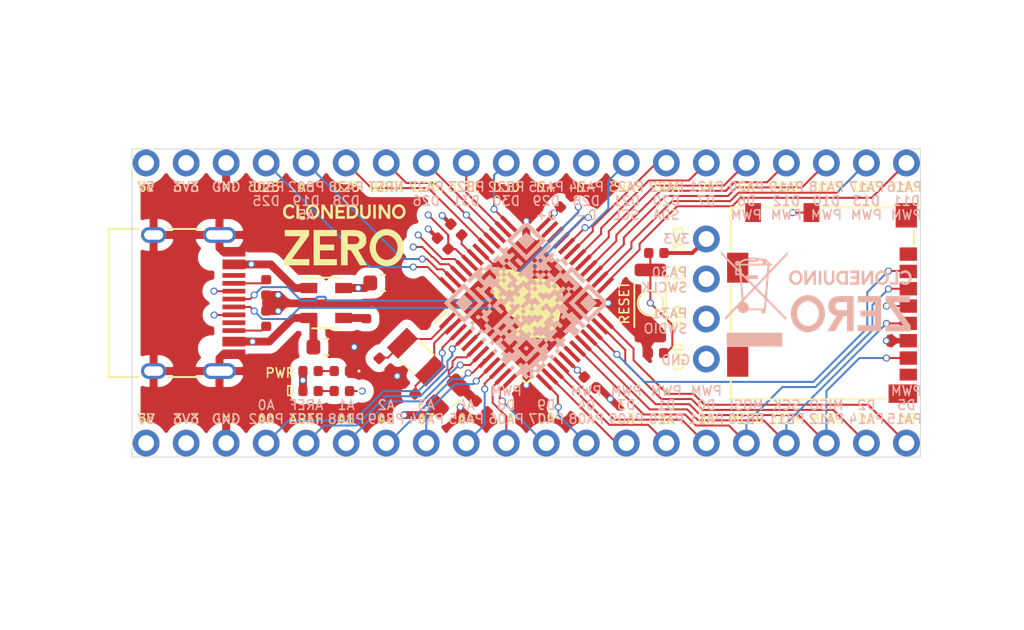
<source format=kicad_pcb>
(kicad_pcb (version 20171130) (host pcbnew "(5.1.6)-1")
  (title_block (title "Cloneduino Zero") (date 2021-04-11) (rev 1.0) (company www.github.com/eepj))
  (layers (0 F.Cu signal) (1 In1.Cu signal) (2 In2.Cu signal) (31 B.Cu signal) (34 B.Paste user) (35 F.Paste user) (36 B.SilkS user) (37 F.SilkS user) (38 B.Mask user) (39 F.Mask user) (44 Edge.Cuts user))
  (net 0 "")
  (net 1 GND)
  (net 2 +5V)
  (net 3 +3V3)
  (net 4 +3.3VA)
  (net 5 /VDDCORE)
  (net 6 /NRST)
  (net 7 /PA00)
  (net 8 /PA01)
  (net 9 "Net-(D1-Pad2)")
  (net 10 "Net-(D2-Pad2)")
  (net 11 "Net-(J1-PadB8)")
  (net 12 "Net-(J1-PadA5)")
  (net 13 /USB_D-)
  (net 14 /USB_D+)
  (net 15 "Net-(J1-PadA8)")
  (net 16 "Net-(J1-PadB5)")
  (net 17 /PA02)
  (net 18 /PA03)
  (net 19 /PB08)
  (net 20 /PB09)
  (net 21 /PA04)
  (net 22 /PA05)
  (net 23 /PA06)
  (net 24 /PA07)
  (net 25 /PA08)
  (net 26 /PA09)
  (net 27 /PA10)
  (net 28 /PA11)
  (net 29 /PB10)
  (net 30 /PB11)
  (net 31 /PA12)
  (net 32 /PA14)
  (net 33 /PA15)
  (net 34 /PB03)
  (net 35 /PB02)
  (net 36 /PA31)
  (net 37 /PA30)
  (net 38 /PA28)
  (net 39 /PA27)
  (net 40 /PB23)
  (net 41 /PB22)
  (net 42 /PA23)
  (net 43 /PA22)
  (net 44 /PA21)
  (net 45 /PA20)
  (net 46 /PA19)
  (net 47 /PA18)
  (net 48 /PA17)
  (net 49 /PA16)
  (net 50 /PA13)
  (net 51 "Net-(C7-Pad1)")
  (net 52 "Net-(J2-Pad8)")
  (net 53 "Net-(J2-Pad1)")
  (module Inductor_SMD:L_0805_2012Metric (layer F.Cu) (at 68.425087 100.103913 45)
    (fp_text reference L1 hide)
    (fp_text value L)
    (pad 2 smd roundrect (at 0.9375 0 45) (size 0.975 1.4) (layers F.Cu F.Paste F.Mask) (net 4 +3.3VA))
    (pad 1 smd roundrect (at -0.9375 0 45) (size 0.975 1.4) (layers F.Cu F.Paste F.Mask) (net 3 +3V3))
  )
  (module cloneduino_zero:cat (layer F.Cu) (at 73.417629 94.229351)
    (fp_text reference G*** hide)
    (fp_text value LOGO hide)
  )
  (module Button_Switch_SMD:SW_Push_SPST_NO_Alps_SKRK (layer F.Cu) (at 81.28 94.234 270)
    (fp_text reference SW1 hide)
    (fp_text value SW_Push)
    (pad 1 smd roundrect (at -2.1 0 270) (size 0.8 2) (layers F.Cu F.Paste F.Mask) (net 6 /NRST))
    (pad 2 smd roundrect (at 2.1 0 270) (size 0.8 2) (layers F.Cu F.Paste F.Mask) (net 1 GND))
  )
  (module Connector_PinHeader_2.54mm:PinHeader_1x04_P2.54mm_Vertical (layer F.Cu) (at 84.836 90.17)
    (fp_text reference J5 hide)
    (fp_text value Conn_01x04)
    (pad 4 thru_hole oval (at 0 7.62) (size 1.7 1.7) (drill 1) (layers *.Cu *.Mask) (net 1 GND))
    (pad 3 thru_hole oval (at 0 5.08) (size 1.7 1.7) (drill 1) (layers *.Cu *.Mask) (net 36 /PA31))
    (pad 2 thru_hole oval (at 0 2.54) (size 1.7 1.7) (drill 1) (layers *.Cu *.Mask) (net 37 /PA30))
    (pad 1 thru_hole circle (at 0 0) (size 1.7 1.7) (drill 1) (layers *.Cu *.Mask) (net 3 +3V3))
  )
  (module cloneduino_zero:qr_soldermask (layer F.Cu) (at 91.948 94.361)
    (fp_text reference G*** hide)
    (fp_text value LOGO hide)
  )
  (module cloneduino_zero:qr (layer B.Cu) (at 73.406 94.234 225)
    (fp_text reference G*** hide)
    (fp_text value LOGO hide)
  )
  (module cloneduino_zero:cloneduino_zero_bold (layer F.Cu) (at 61.849 90.424)
    (fp_text reference G*** hide)
    (fp_text value LOGO hide)
  )
  (module Symbol:WEEE-Logo_4.2x6mm_SilkScreen (layer B.Cu) (at 87.884 93.98 180)
    (fp_text reference REF** hide)
    (fp_text value WEEE-Logo_4.2x6mm_SilkScreen hide)
  )
  (module cloneduino_zero:cloneduino_zero_bold (layer B.Cu) (at 93.98 94.615 180)
    (fp_text reference G*** hide)
    (fp_text value LOGO hide)
  )
  (module Connector_PinHeader_2.54mm:PinHeader_1x20_P2.54mm_Vertical (layer F.Cu) (at 49.276 103.124 90)
    (fp_text reference J3 hide)
    (fp_text value Conn_01x20)
    (pad 20 thru_hole oval (at 0 48.26 90) (size 1.7 1.7) (drill 1) (layers *.Cu *.Mask) (net 33 /PA15))
    (pad 19 thru_hole oval (at 0 45.72 90) (size 1.7 1.7) (drill 1) (layers *.Cu *.Mask) (net 32 /PA14))
    (pad 18 thru_hole oval (at 0 43.18 90) (size 1.7 1.7) (drill 1) (layers *.Cu *.Mask) (net 31 /PA12))
    (pad 17 thru_hole oval (at 0 40.64 90) (size 1.7 1.7) (drill 1) (layers *.Cu *.Mask) (net 30 /PB11))
    (pad 16 thru_hole oval (at 0 38.1 90) (size 1.7 1.7) (drill 1) (layers *.Cu *.Mask) (net 29 /PB10))
    (pad 15 thru_hole oval (at 0 35.56 90) (size 1.7 1.7) (drill 1) (layers *.Cu *.Mask) (net 28 /PA11))
    (pad 14 thru_hole oval (at 0 33.02 90) (size 1.7 1.7) (drill 1) (layers *.Cu *.Mask) (net 27 /PA10))
    (pad 13 thru_hole oval (at 0 30.48 90) (size 1.7 1.7) (drill 1) (layers *.Cu *.Mask) (net 26 /PA09))
    (pad 12 thru_hole oval (at 0 27.94 90) (size 1.7 1.7) (drill 1) (layers *.Cu *.Mask) (net 25 /PA08))
    (pad 11 thru_hole oval (at 0 25.4 90) (size 1.7 1.7) (drill 1) (layers *.Cu *.Mask) (net 24 /PA07))
    (pad 10 thru_hole oval (at 0 22.86 90) (size 1.7 1.7) (drill 1) (layers *.Cu *.Mask) (net 23 /PA06))
    (pad 9 thru_hole oval (at 0 20.32 90) (size 1.7 1.7) (drill 1) (layers *.Cu *.Mask) (net 22 /PA05))
    (pad 8 thru_hole oval (at 0 17.78 90) (size 1.7 1.7) (drill 1) (layers *.Cu *.Mask) (net 21 /PA04))
    (pad 7 thru_hole oval (at 0 15.24 90) (size 1.7 1.7) (drill 1) (layers *.Cu *.Mask) (net 20 /PB09))
    (pad 6 thru_hole oval (at 0 12.7 90) (size 1.7 1.7) (drill 1) (layers *.Cu *.Mask) (net 19 /PB08))
    (pad 5 thru_hole oval (at 0 10.16 90) (size 1.7 1.7) (drill 1) (layers *.Cu *.Mask) (net 18 /PA03))
    (pad 4 thru_hole oval (at 0 7.62 90) (size 1.7 1.7) (drill 1) (layers *.Cu *.Mask) (net 17 /PA02))
    (pad 3 thru_hole oval (at 0 5.08 90) (size 1.7 1.7) (drill 1) (layers *.Cu *.Mask) (net 1 GND))
    (pad 2 thru_hole oval (at 0 2.54 90) (size 1.7 1.7) (drill 1) (layers *.Cu *.Mask) (net 3 +3V3))
    (pad 1 thru_hole circle (at 0 0 90) (size 1.7 1.7) (drill 1) (layers *.Cu *.Mask) (net 2 +5V))
  )
  (module Connector_Card:microSD_HC_Molex_104031-0811 (layer F.Cu) (at 92.202 94.234 270)
    (fp_text reference J2 hide)
    (fp_text value "MicroSD Slot")
    (pad 1 smd rect (at -3.105 -5.45 270) (size 0.85 1.1) (layers F.Cu F.Paste F.Mask) (net 53 "Net-(J2-Pad1)"))
    (pad 8 smd rect (at 4.545 -5.45 270) (size 0.75 1.1) (layers F.Cu F.Paste F.Mask) (net 52 "Net-(J2-Pad8)"))
    (pad 2 smd rect (at -2.005 -5.45 270) (size 0.85 1.1) (layers F.Cu F.Paste F.Mask) (net 50 /PA13))
    (pad 3 smd rect (at -0.905 -5.45 270) (size 0.85 1.1) (layers F.Cu F.Paste F.Mask) (net 29 /PB10))
    (pad 4 smd rect (at 0.195 -5.45 270) (size 0.85 1.1) (layers F.Cu F.Paste F.Mask) (net 3 +3V3))
    (pad 5 smd rect (at 1.295 -5.45 270) (size 0.85 1.1) (layers F.Cu F.Paste F.Mask) (net 30 /PB11))
    (pad 6 smd rect (at 2.395 -5.45 270) (size 0.85 1.1) (layers F.Cu F.Paste F.Mask) (net 1 GND))
    (pad 7 smd rect (at 3.495 -5.45 270) (size 0.85 1.1) (layers F.Cu F.Paste F.Mask) (net 31 /PA12))
    (pad 11 smd rect (at 5.755 -5.1 270) (size 1.17 1.8) (layers F.Cu F.Paste F.Mask))
    (pad 11 smd rect (at -5.565 -5.325 270) (size 1.55 1.35) (layers F.Cu F.Paste F.Mask))
    (pad 10 smd rect (at -5.74 4.4 270) (size 1.2 1) (layers F.Cu F.Paste F.Mask))
    (pad 9 smd rect (at -5.74 0.7 270) (size 1.2 1) (layers F.Cu F.Paste F.Mask) (net 1 GND))
    (pad 11 smd rect (at -2.24 5.375 270) (size 1.9 1.35) (layers F.Cu F.Paste F.Mask))
    (pad 11 smd rect (at 3.73 5.375 270) (size 1.9 1.35) (layers F.Cu F.Paste F.Mask))
  )
  (module LED_SMD:LED_0402_1005Metric (layer F.Cu) (at 61.699 98.552 180)
    (fp_text reference D2 hide)
    (fp_text value PWR)
    (pad 2 smd roundrect (at 0.485 0 180) (size 0.59 0.64) (layers F.Cu F.Paste F.Mask) (net 10 "Net-(D2-Pad2)"))
    (pad 1 smd roundrect (at -0.485 0 180) (size 0.59 0.64) (layers F.Cu F.Paste F.Mask) (net 1 GND))
  )
  (module Resistor_SMD:R_0402_1005Metric (layer F.Cu) (at 59.713 98.552)
    (fp_text reference R2 hide)
    (fp_text value 4k7)
    (pad 2 smd roundrect (at 0.485 0) (size 0.59 0.64) (layers F.Cu F.Paste F.Mask) (net 10 "Net-(D2-Pad2)"))
    (pad 1 smd roundrect (at -0.485 0) (size 0.59 0.64) (layers F.Cu F.Paste F.Mask) (net 3 +3V3))
  )
  (module Resistor_SMD:R_0402_1005Metric (layer F.Cu) (at 59.713 99.822 180)
    (fp_text reference R1 hide)
    (fp_text value 4k7)
    (pad 2 smd roundrect (at 0.485 0 180) (size 0.59 0.64) (layers F.Cu F.Paste F.Mask) (net 3 +3V3))
    (pad 1 smd roundrect (at -0.485 0 180) (size 0.59 0.64) (layers F.Cu F.Paste F.Mask) (net 9 "Net-(D1-Pad2)"))
  )
  (module Connector_PinHeader_2.54mm:PinHeader_1x20_P2.54mm_Vertical (layer F.Cu) (at 97.536 85.344 270)
    (fp_text reference J4 hide)
    (fp_text value Conn_01x20)
    (pad 20 thru_hole oval (at 0 48.26 270) (size 1.7 1.7) (drill 1) (layers *.Cu *.Mask) (net 2 +5V))
    (pad 19 thru_hole oval (at 0 45.72 270) (size 1.7 1.7) (drill 1) (layers *.Cu *.Mask) (net 3 +3V3))
    (pad 18 thru_hole oval (at 0 43.18 270) (size 1.7 1.7) (drill 1) (layers *.Cu *.Mask) (net 1 GND))
    (pad 17 thru_hole oval (at 0 40.64 270) (size 1.7 1.7) (drill 1) (layers *.Cu *.Mask) (net 34 /PB03))
    (pad 16 thru_hole oval (at 0 38.1 270) (size 1.7 1.7) (drill 1) (layers *.Cu *.Mask) (net 35 /PB02))
    (pad 15 thru_hole oval (at 0 35.56 270) (size 1.7 1.7) (drill 1) (layers *.Cu *.Mask) (net 38 /PA28))
    (pad 14 thru_hole oval (at 0 33.02 270) (size 1.7 1.7) (drill 1) (layers *.Cu *.Mask) (net 6 /NRST))
    (pad 13 thru_hole oval (at 0 30.48 270) (size 1.7 1.7) (drill 1) (layers *.Cu *.Mask) (net 39 /PA27))
    (pad 12 thru_hole oval (at 0 27.94 270) (size 1.7 1.7) (drill 1) (layers *.Cu *.Mask) (net 40 /PB23))
    (pad 11 thru_hole oval (at 0 25.4 270) (size 1.7 1.7) (drill 1) (layers *.Cu *.Mask) (net 41 /PB22))
    (pad 10 thru_hole oval (at 0 22.86 270) (size 1.7 1.7) (drill 1) (layers *.Cu *.Mask) (net 14 /USB_D+))
    (pad 9 thru_hole oval (at 0 20.32 270) (size 1.7 1.7) (drill 1) (layers *.Cu *.Mask) (net 13 /USB_D-))
    (pad 8 thru_hole oval (at 0 17.78 270) (size 1.7 1.7) (drill 1) (layers *.Cu *.Mask) (net 42 /PA23))
    (pad 7 thru_hole oval (at 0 15.24 270) (size 1.7 1.7) (drill 1) (layers *.Cu *.Mask) (net 43 /PA22))
    (pad 6 thru_hole oval (at 0 12.7 270) (size 1.7 1.7) (drill 1) (layers *.Cu *.Mask) (net 44 /PA21))
    (pad 5 thru_hole oval (at 0 10.16 270) (size 1.7 1.7) (drill 1) (layers *.Cu *.Mask) (net 45 /PA20))
    (pad 4 thru_hole oval (at 0 7.62 270) (size 1.7 1.7) (drill 1) (layers *.Cu *.Mask) (net 46 /PA19))
    (pad 3 thru_hole oval (at 0 5.08 270) (size 1.7 1.7) (drill 1) (layers *.Cu *.Mask) (net 47 /PA18))
    (pad 2 thru_hole oval (at 0 2.54 270) (size 1.7 1.7) (drill 1) (layers *.Cu *.Mask) (net 48 /PA17))
    (pad 1 thru_hole circle (at 0 0 270) (size 1.7 1.7) (drill 1) (layers *.Cu *.Mask) (net 49 /PA16))
  )
  (module LED_SMD:LED_0402_1005Metric (layer F.Cu) (at 61.699 99.822 180)
    (fp_text reference D1 hide)
    (fp_text value D13)
    (pad 2 smd roundrect (at 0.485 0 180) (size 0.59 0.64) (layers F.Cu F.Paste F.Mask) (net 9 "Net-(D1-Pad2)"))
    (pad 1 smd roundrect (at -0.485 0 180) (size 0.59 0.64) (layers F.Cu F.Paste F.Mask) (net 48 /PA17))
  )
  (module Connector_USB:USB_C_Receptacle_HRO_TYPE-C-31-M-12 (layer F.Cu) (at 50.8 94.234 270)
    (fp_text reference J1 hide)
    (fp_text value "USB-C Receptacle")
    (pad B1 smd rect (at 3.25 -4.045 270) (size 0.6 1.45) (layers F.Cu F.Paste F.Mask) (net 1 GND))
    (pad A9 smd rect (at 2.45 -4.045 270) (size 0.6 1.45) (layers F.Cu F.Paste F.Mask) (net 2 +5V))
    (pad B9 smd rect (at -2.45 -4.045 270) (size 0.6 1.45) (layers F.Cu F.Paste F.Mask) (net 2 +5V))
    (pad B12 smd rect (at -3.25 -4.045 270) (size 0.6 1.45) (layers F.Cu F.Paste F.Mask) (net 1 GND))
    (pad A1 smd rect (at -3.25 -4.045 270) (size 0.6 1.45) (layers F.Cu F.Paste F.Mask) (net 1 GND))
    (pad A4 smd rect (at -2.45 -4.045 270) (size 0.6 1.45) (layers F.Cu F.Paste F.Mask) (net 2 +5V))
    (pad B4 smd rect (at 2.45 -4.045 270) (size 0.6 1.45) (layers F.Cu F.Paste F.Mask) (net 2 +5V))
    (pad A12 smd rect (at 3.25 -4.045 270) (size 0.6 1.45) (layers F.Cu F.Paste F.Mask) (net 1 GND))
    (pad B8 smd rect (at -1.75 -4.045 270) (size 0.3 1.45) (layers F.Cu F.Paste F.Mask) (net 11 "Net-(J1-PadB8)"))
    (pad A5 smd rect (at -1.25 -4.045 270) (size 0.3 1.45) (layers F.Cu F.Paste F.Mask) (net 12 "Net-(J1-PadA5)"))
    (pad B7 smd rect (at -0.75 -4.045 270) (size 0.3 1.45) (layers F.Cu F.Paste F.Mask) (net 13 /USB_D-))
    (pad A7 smd rect (at 0.25 -4.045 270) (size 0.3 1.45) (layers F.Cu F.Paste F.Mask) (net 13 /USB_D-))
    (pad B6 smd rect (at 0.75 -4.045 270) (size 0.3 1.45) (layers F.Cu F.Paste F.Mask) (net 14 /USB_D+))
    (pad A8 smd rect (at 1.25 -4.045 270) (size 0.3 1.45) (layers F.Cu F.Paste F.Mask) (net 15 "Net-(J1-PadA8)"))
    (pad B5 smd rect (at 1.75 -4.045 270) (size 0.3 1.45) (layers F.Cu F.Paste F.Mask) (net 16 "Net-(J1-PadB5)"))
    (pad A6 smd rect (at -0.25 -4.045 270) (size 0.3 1.45) (layers F.Cu F.Paste F.Mask) (net 14 /USB_D+))
    (pad S1 thru_hole oval (at 4.32 -3.13 270) (size 1 2.1) (drill oval 0.6 1.7) (layers *.Cu *.Mask) (net 1 GND))
    (pad S1 thru_hole oval (at -4.32 -3.13 270) (size 1 2.1) (drill oval 0.6 1.7) (layers *.Cu *.Mask) (net 1 GND))
    (pad "" np_thru_hole circle (at -2.89 -2.6 270) (size 0.65 0.65) (drill 0.65) (layers *.Cu *.Mask))
    (pad S1 thru_hole oval (at -4.32 1.05 270) (size 1 1.6) (drill oval 0.6 1.2) (layers *.Cu *.Mask) (net 1 GND))
    (pad "" np_thru_hole circle (at 2.89 -2.6 270) (size 0.65 0.65) (drill 0.65) (layers *.Cu *.Mask))
    (pad S1 thru_hole oval (at 4.32 1.05 270) (size 1 1.6) (drill oval 0.6 1.2) (layers *.Cu *.Mask) (net 1 GND))
  )
  (module Crystal:Crystal_SMD_3215-2Pin_3.2x1.5mm (layer F.Cu) (at 66.426117 97.668117 135)
    (fp_text reference Y1 hide)
    (fp_text value 32kHz)
    (pad 2 smd rect (at -1.25 0 135) (size 1 1.8) (layers F.Cu F.Paste F.Mask) (net 8 /PA01))
    (pad 1 smd rect (at 1.25 0 135) (size 1 1.8) (layers F.Cu F.Paste F.Mask) (net 7 /PA00))
  )
  (module Package_TO_SOT_SMD:SOT-23-5 (layer F.Cu) (at 60.706 94.234)
    (fp_text reference U1 hide)
    (fp_text value SPX3819M5-L-3-3)
    (pad 5 smd rect (at 1.1 -0.95) (size 1.06 0.65) (layers F.Cu F.Paste F.Mask) (net 3 +3V3))
    (pad 4 smd rect (at 1.1 0.95) (size 1.06 0.65) (layers F.Cu F.Paste F.Mask) (net 51 "Net-(C7-Pad1)"))
    (pad 3 smd rect (at -1.1 0.95) (size 1.06 0.65) (layers F.Cu F.Paste F.Mask) (net 2 +5V))
    (pad 2 smd rect (at -1.1 0) (size 1.06 0.65) (layers F.Cu F.Paste F.Mask) (net 1 GND))
    (pad 1 smd rect (at -1.1 -0.95) (size 1.06 0.65) (layers F.Cu F.Paste F.Mask) (net 2 +5V))
  )
  (module Capacitor_SMD:C_0402_1005Metric (layer F.Cu) (at 68.961 89.573053 135)
    (fp_text reference C5 hide)
    (fp_text value 100n)
    (pad 2 smd roundrect (at 0.485 0 135) (size 0.59 0.64) (layers F.Cu F.Paste F.Mask) (net 1 GND))
    (pad 1 smd roundrect (at -0.485 0 135) (size 0.59 0.64) (layers F.Cu F.Paste F.Mask) (net 5 /VDDCORE))
  )
  (module Package_QFP:TQFP-48_7x7mm_P0.5mm (layer F.Cu) (at 73.417629 94.229351 45)
    (fp_text reference U2 hide)
    (fp_text value ATSAMD21G18A-A)
    (pad 48 smd rect (at -2.75 -4.35 135) (size 1.3 0.25) (layers F.Cu F.Paste F.Mask) (net 34 /PB03))
    (pad 47 smd rect (at -2.25 -4.35 135) (size 1.3 0.25) (layers F.Cu F.Paste F.Mask) (net 35 /PB02))
    (pad 46 smd rect (at -1.75 -4.35 135) (size 1.3 0.25) (layers F.Cu F.Paste F.Mask) (net 36 /PA31))
    (pad 45 smd rect (at -1.25 -4.35 135) (size 1.3 0.25) (layers F.Cu F.Paste F.Mask) (net 37 /PA30))
    (pad 44 smd rect (at -0.75 -4.35 135) (size 1.3 0.25) (layers F.Cu F.Paste F.Mask) (net 3 +3V3))
    (pad 43 smd rect (at -0.25 -4.35 135) (size 1.3 0.25) (layers F.Cu F.Paste F.Mask) (net 5 /VDDCORE))
    (pad 42 smd rect (at 0.25 -4.35 135) (size 1.3 0.25) (layers F.Cu F.Paste F.Mask) (net 1 GND))
    (pad 41 smd rect (at 0.75 -4.35 135) (size 1.3 0.25) (layers F.Cu F.Paste F.Mask) (net 38 /PA28))
    (pad 40 smd rect (at 1.25 -4.35 135) (size 1.3 0.25) (layers F.Cu F.Paste F.Mask) (net 6 /NRST))
    (pad 39 smd rect (at 1.75 -4.35 135) (size 1.3 0.25) (layers F.Cu F.Paste F.Mask) (net 39 /PA27))
    (pad 38 smd rect (at 2.25 -4.35 135) (size 1.3 0.25) (layers F.Cu F.Paste F.Mask) (net 40 /PB23))
    (pad 37 smd rect (at 2.75 -4.35 135) (size 1.3 0.25) (layers F.Cu F.Paste F.Mask) (net 41 /PB22))
    (pad 36 smd rect (at 4.35 -2.75 45) (size 1.3 0.25) (layers F.Cu F.Paste F.Mask) (net 3 +3V3))
    (pad 35 smd rect (at 4.35 -2.25 45) (size 1.3 0.25) (layers F.Cu F.Paste F.Mask) (net 1 GND))
    (pad 34 smd rect (at 4.35 -1.75 45) (size 1.3 0.25) (layers F.Cu F.Paste F.Mask) (net 14 /USB_D+))
    (pad 33 smd rect (at 4.35 -1.25 45) (size 1.3 0.25) (layers F.Cu F.Paste F.Mask) (net 13 /USB_D-))
    (pad 32 smd rect (at 4.35 -0.75 45) (size 1.3 0.25) (layers F.Cu F.Paste F.Mask) (net 42 /PA23))
    (pad 31 smd rect (at 4.35 -0.25 45) (size 1.3 0.25) (layers F.Cu F.Paste F.Mask) (net 43 /PA22))
    (pad 30 smd rect (at 4.35 0.25 45) (size 1.3 0.25) (layers F.Cu F.Paste F.Mask) (net 44 /PA21))
    (pad 29 smd rect (at 4.35 0.75 45) (size 1.3 0.25) (layers F.Cu F.Paste F.Mask) (net 45 /PA20))
    (pad 28 smd rect (at 4.35 1.25 45) (size 1.3 0.25) (layers F.Cu F.Paste F.Mask) (net 46 /PA19))
    (pad 27 smd rect (at 4.35 1.75 45) (size 1.3 0.25) (layers F.Cu F.Paste F.Mask) (net 47 /PA18))
    (pad 26 smd rect (at 4.35 2.25 45) (size 1.3 0.25) (layers F.Cu F.Paste F.Mask) (net 48 /PA17))
    (pad 25 smd rect (at 4.35 2.75 45) (size 1.3 0.25) (layers F.Cu F.Paste F.Mask) (net 49 /PA16))
    (pad 24 smd rect (at 2.75 4.35 135) (size 1.3 0.25) (layers F.Cu F.Paste F.Mask) (net 33 /PA15))
    (pad 23 smd rect (at 2.25 4.35 135) (size 1.3 0.25) (layers F.Cu F.Paste F.Mask) (net 32 /PA14))
    (pad 22 smd rect (at 1.75 4.35 135) (size 1.3 0.25) (layers F.Cu F.Paste F.Mask) (net 50 /PA13))
    (pad 21 smd rect (at 1.25 4.35 135) (size 1.3 0.25) (layers F.Cu F.Paste F.Mask) (net 31 /PA12))
    (pad 20 smd rect (at 0.75 4.35 135) (size 1.3 0.25) (layers F.Cu F.Paste F.Mask) (net 30 /PB11))
    (pad 19 smd rect (at 0.25 4.35 135) (size 1.3 0.25) (layers F.Cu F.Paste F.Mask) (net 29 /PB10))
    (pad 18 smd rect (at -0.25 4.35 135) (size 1.3 0.25) (layers F.Cu F.Paste F.Mask) (net 1 GND))
    (pad 17 smd rect (at -0.75 4.35 135) (size 1.3 0.25) (layers F.Cu F.Paste F.Mask) (net 3 +3V3))
    (pad 16 smd rect (at -1.25 4.35 135) (size 1.3 0.25) (layers F.Cu F.Paste F.Mask) (net 28 /PA11))
    (pad 15 smd rect (at -1.75 4.35 135) (size 1.3 0.25) (layers F.Cu F.Paste F.Mask) (net 27 /PA10))
    (pad 14 smd rect (at -2.25 4.35 135) (size 1.3 0.25) (layers F.Cu F.Paste F.Mask) (net 26 /PA09))
    (pad 13 smd rect (at -2.75 4.35 135) (size 1.3 0.25) (layers F.Cu F.Paste F.Mask) (net 25 /PA08))
    (pad 12 smd rect (at -4.35 2.75 45) (size 1.3 0.25) (layers F.Cu F.Paste F.Mask) (net 24 /PA07))
    (pad 11 smd rect (at -4.35 2.25 45) (size 1.3 0.25) (layers F.Cu F.Paste F.Mask) (net 23 /PA06))
    (pad 10 smd rect (at -4.35 1.75 45) (size 1.3 0.25) (layers F.Cu F.Paste F.Mask) (net 22 /PA05))
    (pad 9 smd rect (at -4.35 1.25 45) (size 1.3 0.25) (layers F.Cu F.Paste F.Mask) (net 21 /PA04))
    (pad 8 smd rect (at -4.35 0.75 45) (size 1.3 0.25) (layers F.Cu F.Paste F.Mask) (net 20 /PB09))
    (pad 7 smd rect (at -4.35 0.25 45) (size 1.3 0.25) (layers F.Cu F.Paste F.Mask) (net 19 /PB08))
    (pad 6 smd rect (at -4.35 -0.25 45) (size 1.3 0.25) (layers F.Cu F.Paste F.Mask) (net 4 +3.3VA))
    (pad 5 smd rect (at -4.35 -0.75 45) (size 1.3 0.25) (layers F.Cu F.Paste F.Mask) (net 1 GND))
    (pad 4 smd rect (at -4.35 -1.25 45) (size 1.3 0.25) (layers F.Cu F.Paste F.Mask) (net 18 /PA03))
    (pad 3 smd rect (at -4.35 -1.75 45) (size 1.3 0.25) (layers F.Cu F.Paste F.Mask) (net 17 /PA02))
    (pad 2 smd rect (at -4.35 -2.25 45) (size 1.3 0.25) (layers F.Cu F.Paste F.Mask) (net 8 /PA01))
    (pad 1 smd rect (at -4.35 -2.75 45) (size 1.3 0.25) (layers F.Cu F.Paste F.Mask) (net 7 /PA00))
  )
  (module Capacitor_SMD:C_0402_1005Metric (layer F.Cu) (at 75.907947 87.795053 45)
    (fp_text reference C2 hide)
    (fp_text value 100n)
    (pad 2 smd roundrect (at 0.485 0 45) (size 0.59 0.64) (layers F.Cu F.Paste F.Mask) (net 1 GND))
    (pad 1 smd roundrect (at -0.485 0 45) (size 0.59 0.64) (layers F.Cu F.Paste F.Mask) (net 3 +3V3))
  )
  (module Resistor_SMD:R_0402_1005Metric (layer F.Cu) (at 56.896 95.227 270)
    (fp_text reference R4 hide)
    (fp_text value 5k1)
    (pad 2 smd roundrect (at 0.485 0 270) (size 0.59 0.64) (layers F.Cu F.Paste F.Mask) (net 16 "Net-(J1-PadB5)"))
    (pad 1 smd roundrect (at -0.485 0 270) (size 0.59 0.64) (layers F.Cu F.Paste F.Mask) (net 1 GND))
  )
  (module Resistor_SMD:R_0402_1005Metric (layer F.Cu) (at 56.896 93.241 90)
    (fp_text reference R3 hide)
    (fp_text value 5k1)
    (pad 1 smd roundrect (at -0.485 0 90) (size 0.59 0.64) (layers F.Cu F.Paste F.Mask) (net 1 GND))
    (pad 2 smd roundrect (at 0.485 0 90) (size 0.59 0.64) (layers F.Cu F.Paste F.Mask) (net 12 "Net-(J1-PadA5)"))
  )
  (module Capacitor_SMD:C_0402_1005Metric (layer F.Cu) (at 66.001947 99.656947 135)
    (fp_text reference C11 hide)
    (fp_text value 15p)
    (pad 2 smd roundrect (at 0.485 0 135) (size 0.59 0.64) (layers F.Cu F.Paste F.Mask) (net 1 GND))
    (pad 1 smd roundrect (at -0.485 0 135) (size 0.59 0.64) (layers F.Cu F.Paste F.Mask) (net 8 /PA01))
  )
  (module Resistor_SMD:R_0402_1005Metric (layer F.Cu) (at 81.661 91.059 180)
    (fp_text reference R5 hide)
    (fp_text value 10k)
    (pad 2 smd roundrect (at 0.485 0 180) (size 0.59 0.64) (layers F.Cu F.Paste F.Mask) (net 6 /NRST))
    (pad 1 smd roundrect (at -0.485 0 180) (size 0.59 0.64) (layers F.Cu F.Paste F.Mask) (net 3 +3V3))
  )
  (module Capacitor_SMD:C_0402_1005Metric (layer F.Cu) (at 81.638 97.409 180)
    (fp_text reference C9 hide)
    (fp_text value 100n)
    (pad 2 smd roundrect (at 0.485 0 180) (size 0.59 0.64) (layers F.Cu F.Paste F.Mask) (net 1 GND))
    (pad 1 smd roundrect (at -0.485 0 180) (size 0.59 0.64) (layers F.Cu F.Paste F.Mask) (net 6 /NRST))
  )
  (module Capacitor_SMD:C_0402_1005Metric (layer F.Cu) (at 63.246 94.742 90)
    (fp_text reference C7 hide)
    (fp_text value 100n)
    (pad 2 smd roundrect (at 0.485 0 90) (size 0.59 0.64) (layers F.Cu F.Paste F.Mask) (net 1 GND))
    (pad 1 smd roundrect (at -0.485 0 90) (size 0.59 0.64) (layers F.Cu F.Paste F.Mask) (net 51 "Net-(C7-Pad1)"))
  )
  (module Capacitor_SMD:C_0402_1005Metric (layer F.Cu) (at 77.431947 99.275947 315)
    (fp_text reference C1 hide)
    (fp_text value 100n)
    (pad 2 smd roundrect (at 0.485 0 315) (size 0.59 0.64) (layers F.Cu F.Paste F.Mask) (net 1 GND))
    (pad 1 smd roundrect (at -0.485 0 315) (size 0.59 0.64) (layers F.Cu F.Paste F.Mask) (net 3 +3V3))
  )
  (module Capacitor_SMD:C_0402_1005Metric (layer F.Cu) (at 70.573947 100.799947 315)
    (fp_text reference C4 hide)
    (fp_text value 100n)
    (pad 2 smd roundrect (at 0.485 0 315) (size 0.59 0.64) (layers F.Cu F.Paste F.Mask) (net 1 GND))
    (pad 1 smd roundrect (at -0.485 0 315) (size 0.59 0.64) (layers F.Cu F.Paste F.Mask) (net 4 +3.3VA))
  )
  (module Capacitor_SMD:C_0603_1608Metric (layer F.Cu) (at 64.2875 92.964)
    (fp_text reference C8 hide)
    (fp_text value 4.7u)
    (pad 2 smd roundrect (at 0.7875 0) (size 0.875 0.95) (layers F.Cu F.Paste F.Mask) (net 1 GND))
    (pad 1 smd roundrect (at -0.7875 0) (size 0.875 0.95) (layers F.Cu F.Paste F.Mask) (net 3 +3V3))
  )
  (module Capacitor_SMD:C_0603_1608Metric (layer F.Cu) (at 60.6805 97.028)
    (fp_text reference C6 hide)
    (fp_text value 2.2u)
    (pad 2 smd roundrect (at 0.7875 0) (size 0.875 0.95) (layers F.Cu F.Paste F.Mask) (net 1 GND))
    (pad 1 smd roundrect (at -0.7875 0) (size 0.875 0.95) (layers F.Cu F.Paste F.Mask) (net 2 +5V))
  )
  (module Capacitor_SMD:C_0402_1005Metric (layer F.Cu) (at 64.427053 98.082053 315)
    (fp_text reference C10 hide)
    (fp_text value 15p)
    (pad 2 smd roundrect (at 0.485 0 315) (size 0.59 0.64) (layers F.Cu F.Paste F.Mask) (net 1 GND))
    (pad 1 smd roundrect (at -0.485 0 315) (size 0.59 0.64) (layers F.Cu F.Paste F.Mask) (net 7 /PA00))
  )
  (module Capacitor_SMD:C_0402_1005Metric (layer F.Cu) (at 68.110053 90.462053 135)
    (fp_text reference C3 hide)
    (fp_text value 100n)
    (pad 2 smd roundrect (at 0.485 0 135) (size 0.59 0.64) (layers F.Cu F.Paste F.Mask) (net 1 GND))
    (pad 1 smd roundrect (at -0.485 0 135) (size 0.59 0.64) (layers F.Cu F.Paste F.Mask) (net 3 +3V3))
  )
  (gr_text PA06 (at 72.136 101.6) (layer B.SilkS) (effects (font (size 0.6 0.6) (thickness 0.1)) (justify mirror)))
  (gr_text 3V3 (at 82.042 90.17) (layer B.SilkS) (effects (font (size 0.6 0.6) (thickness 0.1)) (justify right mirror)))
  (gr_text RESET (at 79.629 94.234 90) (layer F.SilkS) (effects (font (size 0.6 0.6) (thickness 0.1))))
  (gr_text "PA30\nSWCLK" (at 83.693 92.7735) (layer B.SilkS) (effects (font (size 0.6 0.6) (thickness 0.1)) (justify left mirror)))
  (gr_text GND (at 81.915 97.8535) (layer B.SilkS) (effects (font (size 0.6 0.6) (thickness 0.1)) (justify right mirror)))
  (gr_text "PA31\nSWDIO" (at 83.693 95.377) (layer B.SilkS) (effects (font (size 0.6 0.6) (thickness 0.1)) (justify left mirror)))
  (gr_text PA15 (at 97.409 101.6) (layer B.SilkS) (effects (font (size 0.6 0.6) (thickness 0.1)) (justify mirror)))
  (gr_text PA14 (at 94.996 101.6) (layer B.SilkS) (effects (font (size 0.6 0.6) (thickness 0.1)) (justify mirror)))
  (gr_text PA12 (at 92.456 101.6) (layer B.SilkS) (effects (font (size 0.6 0.6) (thickness 0.1)) (justify mirror)))
  (gr_text PB11 (at 89.916 101.6) (layer B.SilkS) (effects (font (size 0.6 0.6) (thickness 0.1)) (justify mirror)))
  (gr_text PB10 (at 87.376 101.6) (layer B.SilkS) (effects (font (size 0.6 0.6) (thickness 0.1)) (justify mirror)))
  (gr_text PA11 (at 84.836 101.6) (layer B.SilkS) (effects (font (size 0.6 0.6) (thickness 0.1)) (justify mirror)))
  (gr_text PA10 (at 82.296 101.6) (layer B.SilkS) (effects (font (size 0.6 0.6) (thickness 0.1)) (justify mirror)))
  (gr_text PA09 (at 79.756 101.6) (layer B.SilkS) (effects (font (size 0.6 0.6) (thickness 0.1)) (justify mirror)))
  (gr_text PA08 (at 77.216 101.6) (layer B.SilkS) (effects (font (size 0.6 0.6) (thickness 0.1)) (justify mirror)))
  (gr_text PA07 (at 74.676 101.6) (layer B.SilkS) (effects (font (size 0.6 0.6) (thickness 0.1)) (justify mirror)))
  (gr_text PA05 (at 69.596 101.6) (layer B.SilkS) (effects (font (size 0.6 0.6) (thickness 0.1)) (justify mirror)))
  (gr_text PA04 (at 67.056 101.6) (layer B.SilkS) (effects (font (size 0.6 0.6) (thickness 0.1)) (justify mirror)))
  (gr_text PB09 (at 64.516 101.6) (layer B.SilkS) (effects (font (size 0.6 0.6) (thickness 0.1)) (justify mirror)))
  (gr_text PB08 (at 61.976 101.6) (layer B.SilkS) (effects (font (size 0.6 0.6) (thickness 0.1)) (justify mirror)))
  (gr_text PA03 (at 59.436 101.6) (layer B.SilkS) (effects (font (size 0.6 0.6) (thickness 0.1)) (justify mirror)))
  (gr_text PA02 (at 56.896 101.6) (layer B.SilkS) (effects (font (size 0.6 0.6) (thickness 0.1)) (justify mirror)))
  (gr_text PA16 (at 97.409 86.868) (layer B.SilkS) (effects (font (size 0.6 0.6) (thickness 0.1)) (justify mirror)))
  (gr_text PA17 (at 94.996 86.868) (layer B.SilkS) (effects (font (size 0.6 0.6) (thickness 0.1)) (justify mirror)))
  (gr_text PA18 (at 92.456 86.868) (layer B.SilkS) (effects (font (size 0.6 0.6) (thickness 0.1)) (justify mirror)))
  (gr_text PA19 (at 89.916 86.868) (layer B.SilkS) (effects (font (size 0.6 0.6) (thickness 0.1)) (justify mirror)))
  (gr_text PA20 (at 87.376 86.868) (layer B.SilkS) (effects (font (size 0.6 0.6) (thickness 0.1)) (justify mirror)))
  (gr_text PA21 (at 84.836 86.868) (layer B.SilkS) (effects (font (size 0.6 0.6) (thickness 0.1)) (justify mirror)))
  (gr_text PA22 (at 82.296 86.868) (layer B.SilkS) (effects (font (size 0.6 0.6) (thickness 0.1)) (justify mirror)))
  (gr_text PA23 (at 79.756 86.868) (layer B.SilkS) (effects (font (size 0.6 0.6) (thickness 0.1)) (justify mirror)))
  (gr_text PA24 (at 77.216 86.868) (layer B.SilkS) (effects (font (size 0.6 0.6) (thickness 0.1)) (justify mirror)))
  (gr_text PA25 (at 74.676 86.868) (layer B.SilkS) (effects (font (size 0.6 0.6) (thickness 0.1)) (justify mirror)))
  (gr_text PB22 (at 72.136 86.868) (layer B.SilkS) (effects (font (size 0.6 0.6) (thickness 0.1)) (justify mirror)))
  (gr_text PB23 (at 69.596 86.868) (layer B.SilkS) (effects (font (size 0.6 0.6) (thickness 0.1)) (justify mirror)))
  (gr_text PA27 (at 67.056 86.868) (layer B.SilkS) (effects (font (size 0.6 0.6) (thickness 0.1)) (justify mirror)))
  (gr_text PB03 (at 56.896 86.868) (layer B.SilkS) (effects (font (size 0.6 0.6) (thickness 0.1)) (justify mirror)))
  (gr_text PA28 (at 61.976 86.868) (layer B.SilkS) (effects (font (size 0.6 0.6) (thickness 0.1)) (justify mirror)))
  (gr_text PB02 (at 59.436 86.868) (layer B.SilkS) (effects (font (size 0.6 0.6) (thickness 0.1)) (justify mirror)))
  (gr_text PWM (at 72.136 99.822) (layer B.SilkS) (effects (font (size 0.6 0.6) (thickness 0.1)) (justify mirror)))
  (gr_text PWM (at 77.216 99.822) (layer B.SilkS) (effects (font (size 0.6 0.6) (thickness 0.1)) (justify mirror)))
  (gr_text PWM (at 79.756 99.822) (layer B.SilkS) (effects (font (size 0.6 0.6) (thickness 0.1)) (justify mirror)))
  (gr_text PWM (at 82.296 99.822) (layer B.SilkS) (effects (font (size 0.6 0.6) (thickness 0.1)) (justify mirror)))
  (gr_text PWM (at 84.836 99.822) (layer B.SilkS) (effects (font (size 0.6 0.6) (thickness 0.1)) (justify mirror)))
  (gr_text PWM (at 97.536 99.822) (layer B.SilkS) (effects (font (size 0.6 0.6) (thickness 0.1)) (justify mirror)))
  (gr_text PWM (at 97.536 88.646) (layer B.SilkS) (effects (font (size 0.6 0.6) (thickness 0.1)) (justify mirror)))
  (gr_text PWM (at 94.996 88.646) (layer B.SilkS) (effects (font (size 0.6 0.6) (thickness 0.1)) (justify mirror)))
  (gr_text PWM (at 92.456 88.646) (layer B.SilkS) (effects (font (size 0.6 0.6) (thickness 0.1)) (justify mirror)))
  (gr_text PWM (at 89.916 88.646) (layer B.SilkS) (effects (font (size 0.6 0.6) (thickness 0.1)) (justify mirror)))
  (gr_text PWM (at 87.376 88.646) (layer B.SilkS) (effects (font (size 0.6 0.6) (thickness 0.1)) (justify mirror)))
  (gr_text D19 (at 59.436 87.757) (layer B.SilkS) (effects (font (size 0.6 0.6) (thickness 0.1)) (justify mirror)))
  (gr_text D29 (at 74.676 87.757) (layer B.SilkS) (effects (font (size 0.6 0.6) (thickness 0.1)) (justify mirror)))
  (gr_text D28 (at 77.216 87.757) (layer B.SilkS) (effects (font (size 0.6 0.6) (thickness 0.1)) (justify mirror)))
  (gr_text D21 (at 79.756 87.757) (layer B.SilkS) (effects (font (size 0.6 0.6) (thickness 0.1)) (justify mirror)))
  (gr_text SDA (at 82.296 88.646) (layer B.SilkS) (effects (font (size 0.6 0.6) (thickness 0.1)) (justify mirror)))
  (gr_text D13 (at 94.996 87.757) (layer B.SilkS) (effects (font (size 0.6 0.6) (thickness 0.1)) (justify mirror)))
  (gr_text D12 (at 89.916 87.757) (layer B.SilkS) (effects (font (size 0.6 0.6) (thickness 0.1)) (justify mirror)))
  (gr_text D11 (at 97.536 87.757) (layer B.SilkS) (effects (font (size 0.6 0.6) (thickness 0.1)) (justify mirror)))
  (gr_text SCL (at 79.756 88.646) (layer B.SilkS) (effects (font (size 0.6 0.6) (thickness 0.1)) (justify mirror)))
  (gr_text D20 (at 82.296 87.757) (layer B.SilkS) (effects (font (size 0.6 0.6) (thickness 0.1)) (justify mirror)))
  (gr_text D7 (at 84.836 87.757) (layer B.SilkS) (effects (font (size 0.6 0.6) (thickness 0.1)) (justify mirror)))
  (gr_text D6 (at 87.376 87.757) (layer B.SilkS) (effects (font (size 0.6 0.6) (thickness 0.1)) (justify mirror)))
  (gr_text D10 (at 92.456 87.757) (layer B.SilkS) (effects (font (size 0.6 0.6) (thickness 0.1)) (justify mirror)))
  (gr_text "D-\n" (at 77.216 88.646) (layer B.SilkS) (effects (font (size 0.6 0.6) (thickness 0.1)) (justify mirror)))
  (gr_text D28 (at 61.976 87.757) (layer B.SilkS) (effects (font (size 0.6 0.6) (thickness 0.1)) (justify mirror)))
  (gr_text 5V (at 49.276 86.868) (layer B.SilkS) (effects (font (size 0.6 0.6) (thickness 0.1)) (justify mirror)))
  (gr_text GND (at 54.356 86.868) (layer B.SilkS) (effects (font (size 0.6 0.6) (thickness 0.1)) (justify mirror)))
  (gr_text D25 (at 56.896 87.757) (layer B.SilkS) (effects (font (size 0.6 0.6) (thickness 0.1)) (justify mirror)))
  (gr_text A5 (at 59.436 88.646) (layer B.SilkS) (effects (font (size 0.6 0.6) (thickness 0.1)) (justify mirror)))
  (gr_text 3V3 (at 51.816 86.868) (layer B.SilkS) (effects (font (size 0.6 0.6) (thickness 0.1)) (justify mirror)))
  (gr_text NRST (at 64.516 86.868) (layer B.SilkS) (effects (font (size 0.6 0.6) (thickness 0.1)) (justify mirror)))
  (gr_text D+ (at 74.676 88.646) (layer B.SilkS) (effects (font (size 0.6 0.6) (thickness 0.1)) (justify mirror)))
  (gr_text D30 (at 72.136 87.757) (layer B.SilkS) (effects (font (size 0.6 0.6) (thickness 0.1)) (justify mirror)))
  (gr_text D26 (at 67.056 87.757) (layer B.SilkS) (effects (font (size 0.6 0.6) (thickness 0.1)) (justify mirror)))
  (gr_text D31 (at 69.596 87.757) (layer B.SilkS) (effects (font (size 0.6 0.6) (thickness 0.1)) (justify mirror)))
  (gr_text D2 (at 94.996 100.711) (layer B.SilkS) (effects (font (size 0.6 0.6) (thickness 0.1)) (justify mirror)))
  (gr_text D5 (at 97.536 100.711) (layer B.SilkS) (effects (font (size 0.6 0.6) (thickness 0.1)) (justify mirror)))
  (gr_text A3 (at 67.056 100.711) (layer B.SilkS) (effects (font (size 0.6 0.6) (thickness 0.1)) (justify mirror)))
  (gr_text SCK (at 89.916 100.711) (layer B.SilkS) (effects (font (size 0.6 0.6) (thickness 0.1)) (justify mirror)))
  (gr_text GND (at 54.356 101.6) (layer B.SilkS) (effects (font (size 0.6 0.6) (thickness 0.1)) (justify mirror)))
  (gr_text AREF (at 59.436 100.711) (layer B.SilkS) (effects (font (size 0.6 0.6) (thickness 0.1)) (justify mirror)))
  (gr_text D0 (at 84.836 100.711) (layer B.SilkS) (effects (font (size 0.6 0.6) (thickness 0.1)) (justify mirror)))
  (gr_text "D8\n" (at 72.136 100.711) (layer B.SilkS) (effects (font (size 0.6 0.6) (thickness 0.1)) (justify mirror)))
  (gr_text A4 (at 69.596 100.711) (layer B.SilkS) (effects (font (size 0.6 0.6) (thickness 0.1)) (justify mirror)))
  (gr_text MISO (at 92.456 100.711) (layer B.SilkS) (effects (font (size 0.6 0.6) (thickness 0.1)) (justify mirror)))
  (gr_text D4 (at 77.216 100.711) (layer B.SilkS) (effects (font (size 0.6 0.6) (thickness 0.1)) (justify mirror)))
  (gr_text A2 (at 64.516 100.711) (layer B.SilkS) (effects (font (size 0.6 0.6) (thickness 0.1)) (justify mirror)))
  (gr_text MOSI (at 87.376 100.711) (layer B.SilkS) (effects (font (size 0.6 0.6) (thickness 0.1)) (justify mirror)))
  (gr_text D9 (at 74.676 100.711) (layer B.SilkS) (effects (font (size 0.6 0.6) (thickness 0.1)) (justify mirror)))
  (gr_text 3V3 (at 51.816 101.6) (layer B.SilkS) (effects (font (size 0.6 0.6) (thickness 0.1)) (justify mirror)))
  (gr_text D1 (at 82.296 100.711) (layer B.SilkS) (effects (font (size 0.6 0.6) (thickness 0.1)) (justify mirror)))
  (gr_text A0 (at 56.896 100.711) (layer B.SilkS) (effects (font (size 0.6 0.6) (thickness 0.1)) (justify mirror)))
  (gr_text D3 (at 79.756 100.711) (layer B.SilkS) (effects (font (size 0.6 0.6) (thickness 0.1)) (justify mirror)))
  (gr_text A1 (at 61.976 100.711) (layer B.SilkS) (effects (font (size 0.6 0.6) (thickness 0.1)) (justify mirror)))
  (gr_text 5V (at 49.276 101.6) (layer B.SilkS) (effects (font (size 0.6 0.6) (thickness 0.1)) (justify mirror)))
  (gr_text 5V (at 49.276 101.6) (layer F.SilkS) (effects (font (size 0.6 0.6) (thickness 0.1))))
  (gr_text D (at 58.42 99.822) (layer F.SilkS) (effects (font (size 0.6 0.6) (thickness 0.1))))
  (gr_text PWR (at 57.785 98.679) (layer F.SilkS) (effects (font (size 0.6 0.6) (thickness 0.1))))
  (gr_text A4 (at 69.596 101.6) (layer F.SilkS) (effects (font (size 0.6 0.6) (thickness 0.1))))
  (gr_text A3 (at 67.056 101.6) (layer F.SilkS) (effects (font (size 0.6 0.6) (thickness 0.1))))
  (gr_text MISO (at 92.456 101.6) (layer F.SilkS) (effects (font (size 0.6 0.6) (thickness 0.1))))
  (gr_text "D8\n" (at 72.136 101.6) (layer F.SilkS) (effects (font (size 0.6 0.6) (thickness 0.1))))
  (gr_text D9 (at 74.676 101.6) (layer F.SilkS) (effects (font (size 0.6 0.6) (thickness 0.1))))
  (gr_text SCK (at 89.916 101.6) (layer F.SilkS) (effects (font (size 0.6 0.6) (thickness 0.1))))
  (gr_text 3V3 (at 51.816 101.6) (layer F.SilkS) (effects (font (size 0.6 0.6) (thickness 0.1))))
  (gr_text D0 (at 84.836 101.6) (layer F.SilkS) (effects (font (size 0.6 0.6) (thickness 0.1))))
  (gr_text D1 (at 82.296 101.6) (layer F.SilkS) (effects (font (size 0.6 0.6) (thickness 0.1))))
  (gr_text MOSI (at 87.376 101.6) (layer F.SilkS) (effects (font (size 0.6 0.6) (thickness 0.1))))
  (gr_text D4 (at 77.216 101.6) (layer F.SilkS) (effects (font (size 0.6 0.6) (thickness 0.1))))
  (gr_text D3 (at 79.756 101.6) (layer F.SilkS) (effects (font (size 0.6 0.6) (thickness 0.1))))
  (gr_text A1 (at 61.976 101.6) (layer F.SilkS) (effects (font (size 0.6 0.6) (thickness 0.1))))
  (gr_text GND (at 54.356 101.6) (layer F.SilkS) (effects (font (size 0.6 0.6) (thickness 0.1))))
  (gr_text AREF (at 59.436 101.6) (layer F.SilkS) (effects (font (size 0.6 0.6) (thickness 0.1))))
  (gr_text A0 (at 56.896 101.6) (layer F.SilkS) (effects (font (size 0.6 0.6) (thickness 0.1))))
  (gr_text A2 (at 64.516 101.6) (layer F.SilkS) (effects (font (size 0.6 0.6) (thickness 0.1))))
  (gr_text GND (at 83.058 97.663 90) (layer F.SilkS) (effects (font (size 0.6 0.6) (thickness 0.1))))
  (gr_text 3V3 (at 83.058 90.17 90) (layer F.SilkS) (effects (font (size 0.6 0.6) (thickness 0.1))))
  (gr_text DIO (at 83.058 95.123 90) (layer F.SilkS) (effects (font (size 0.6 0.6) (thickness 0.1))))
  (gr_text CLK (at 83.058 92.583 90) (layer F.SilkS) (effects (font (size 0.6 0.6) (thickness 0.1))))
  (gr_text 5V (at 49.276 86.868) (layer F.SilkS) (effects (font (size 0.6 0.6) (thickness 0.1))))
  (gr_text 3V3 (at 51.816 86.868) (layer F.SilkS) (effects (font (size 0.6 0.6) (thickness 0.1))))
  (gr_text GND (at 54.356 86.868) (layer F.SilkS) (effects (font (size 0.6 0.6) (thickness 0.1))))
  (gr_text D25 (at 56.896 86.868) (layer F.SilkS) (effects (font (size 0.6 0.6) (thickness 0.1))))
  (gr_text A5 (at 59.436 86.868) (layer F.SilkS) (effects (font (size 0.6 0.6) (thickness 0.1))))
  (gr_text D28 (at 61.976 86.868) (layer F.SilkS) (effects (font (size 0.6 0.6) (thickness 0.1))))
  (gr_text NRST (at 64.516 86.868) (layer F.SilkS) (effects (font (size 0.6 0.6) (thickness 0.1))))
  (gr_text D26 (at 67.056 86.868) (layer F.SilkS) (effects (font (size 0.6 0.6) (thickness 0.1))))
  (gr_text D31 (at 69.596 86.868) (layer F.SilkS) (effects (font (size 0.6 0.6) (thickness 0.1))))
  (gr_text D30 (at 72.136 86.868) (layer F.SilkS) (effects (font (size 0.6 0.6) (thickness 0.1))))
  (gr_text D+ (at 74.676 86.868) (layer F.SilkS) (effects (font (size 0.6 0.6) (thickness 0.1))))
  (gr_text "D-\n" (at 77.216 86.868) (layer F.SilkS) (effects (font (size 0.6 0.6) (thickness 0.1))))
  (gr_text SCL (at 79.756 86.868) (layer F.SilkS) (effects (font (size 0.6 0.6) (thickness 0.1))))
  (gr_text SDA (at 82.296 86.868) (layer F.SilkS) (effects (font (size 0.6 0.6) (thickness 0.1))))
  (gr_text D7 (at 84.836 86.868) (layer F.SilkS) (effects (font (size 0.6 0.6) (thickness 0.1))))
  (gr_text D6 (at 87.376 86.868) (layer F.SilkS) (effects (font (size 0.6 0.6) (thickness 0.1))))
  (gr_text D12 (at 89.916 86.868) (layer F.SilkS) (effects (font (size 0.6 0.6) (thickness 0.1))))
  (gr_text D10 (at 92.456 86.868) (layer F.SilkS) (effects (font (size 0.6 0.6) (thickness 0.1))))
  (gr_text D13 (at 94.996 86.868) (layer F.SilkS) (effects (font (size 0.6 0.6) (thickness 0.1))))
  (gr_text D11 (at 97.536 86.868) (layer F.SilkS) (effects (font (size 0.6 0.6) (thickness 0.1))))
  (gr_text D5 (at 97.536 101.6) (layer F.SilkS) (effects (font (size 0.6 0.6) (thickness 0.1))))
  (gr_text D2 (at 94.996 101.6) (layer F.SilkS) (effects (font (size 0.6 0.6) (thickness 0.1))))
  (gr_line (start 98.425 104.013) (end 48.387 104.013) (layer Edge.Cuts) (width 0.05))
  (gr_line (start 98.425 84.455) (end 98.425 104.013) (layer Edge.Cuts) (width 0.05))
  (gr_line (start 48.387 84.455) (end 98.425 84.455) (layer Edge.Cuts) (width 0.05))
  (gr_line (start 48.387 104.013) (end 48.387 84.455) (layer Edge.Cuts) (width 0.05))
  (segment (start 62.184 98.552) (end 62.992 98.552) (width 0.25) (layer F.Cu) (net 1))
  (segment (start 81.28 96.334) (end 81.28 96.52) (width 0.127) (layer F.Cu) (net 1))
  (segment (start 77.216 86.868) (end 76.835 86.868) (width 0.25) (layer F.Cu) (net 1))
  (segment (start 76.377894 87.325106) (end 76.835 86.868) (width 0.25) (layer F.Cu) (net 1))
  (segment (start 57.658 93.726) (end 57.658 93.726) (width 0.5) (layer F.Cu) (net 1))
  (segment (start 71.12 95.758) (end 70.828319 95.758) (width 0.127) (layer F.Cu) (net 1))
  (segment (start 64.77 98.425) (end 65.659 99.314) (width 0.5) (layer F.Cu) (net 1))
  (segment (start 96.266 96.629) (end 97.525 96.629) (width 0.127) (layer F.Cu) (net 1))
  (segment (start 74.803 96.647) (end 75.481725 96.647) (width 0.127) (layer F.Cu) (net 1))
  (segment (start 73.406 98.044) (end 74.803 96.647) (width 0.127) (layer F.Cu) (net 1))
  (segment (start 53.93 90.726998) (end 53.93 89.914) (width 0.5) (layer F.Cu) (net 1))
  (segment (start 54.175001 90.984) (end 54.175001 90.971999) (width 0.5) (layer F.Cu) (net 1))
  (segment (start 54.175001 97.496001) (end 54.832999 97.496001) (width 0.5) (layer F.Cu) (net 1))
  (segment (start 57.658 94.742) (end 57.658 94.742) (width 0.5) (layer F.Cu) (net 1))
  (segment (start 56.896 93.726) (end 57.658 93.726) (width 0.5) (layer F.Cu) (net 1))
  (segment (start 56.896 94.742) (end 57.658 94.742) (width 0.5) (layer F.Cu) (net 1))
  (segment (start 96.665 96.629) (end 96.665 96.629) (width 0.127) (layer F.Cu) (net 1))
  (segment (start 73.406 98.044) (end 71.12 95.758) (width 0.127) (layer F.Cu) (net 1))
  (segment (start 70.828319 95.758) (end 69.811384 96.774935) (width 0.127) (layer F.Cu) (net 1))
  (segment (start 97.525 96.629) (end 96.665 96.629) (width 0.127) (layer F.Cu) (net 1))
  (segment (start 54.832999 97.496001) (end 54.845 97.484) (width 0.5) (layer F.Cu) (net 1))
  (segment (start 62.334 94.257) (end 62.334 94.257) (width 0.5) (layer F.Cu) (net 1))
  (segment (start 69.811384 96.774935) (end 69.849065 96.774935) (width 0.2) (layer F.Cu) (net 1))
  (segment (start 75.481725 96.647) (end 76.316767 97.482042) (width 0.127) (layer F.Cu) (net 1))
  (segment (start 53.93 97.741002) (end 54.175001 97.496001) (width 0.5) (layer F.Cu) (net 1))
  (segment (start 54.175001 90.971999) (end 53.93 90.726998) (width 0.5) (layer F.Cu) (net 1))
  (segment (start 54.845 90.984) (end 54.175001 90.984) (width 0.5) (layer F.Cu) (net 1))
  (segment (start 53.93 98.554) (end 53.93 97.741002) (width 0.5) (layer F.Cu) (net 1))
  (segment (start 67.183 89.535) (end 67.183 89.535) (width 0.127) (layer F.Cu) (net 1))
  (segment (start 56.896 94.234) (end 56.896 94.742) (width 0.5) (layer F.Cu) (net 1))
  (segment (start 56.896 93.726) (end 56.896 94.234) (width 0.5) (layer F.Cu) (net 1))
  (segment (start 62.484 97.028) (end 62.484 97.028) (width 0.25) (layer F.Cu) (net 1))
  (segment (start 61.468 97.028) (end 62.484 97.028) (width 0.25) (layer F.Cu) (net 1))
  (segment (start 65.2145 98.8695) (end 65.659 99.314) (width 0.25) (layer F.Cu) (net 1))
  (segment (start 68.618053 89.230106) (end 68.072 88.684053) (width 0.25) (layer F.Cu) (net 1))
  (segment (start 71.473553 91.948) (end 70.506862 90.981309) (width 0.127) (layer F.Cu) (net 1))
  (segment (start 73.406 90.424) (end 74.034019 90.424) (width 0.127) (layer F.Cu) (net 1))
  (segment (start 74.034019 90.424) (end 74.890924 89.567095) (width 0.127) (layer F.Cu) (net 1))
  (segment (start 73.406 90.932) (end 72.39 91.948) (width 0.127) (layer F.Cu) (net 1))
  (segment (start 64.77 98.425) (end 65.2145 98.8695) (width 0.25) (layer F.Cu) (net 1))
  (segment (start 67.767106 90.119106) (end 67.183 89.535) (width 0.25) (layer F.Cu) (net 1))
  (segment (start 68.072 88.684053) (end 68.072 88.684053) (width 0.127) (layer F.Cu) (net 1))
  (segment (start 72.39 91.948) (end 71.473553 91.948) (width 0.127) (layer F.Cu) (net 1))
  (segment (start 73.406 90.424) (end 73.406 90.932) (width 0.127) (layer F.Cu) (net 1))
  (segment (start 62.992 98.552) (end 62.992 98.552) (width 0.127) (layer F.Cu) (net 1))
  (segment (start 60.547 87.916) (end 60.547 87.916) (width 0.127) (layer F.Cu) (net 1))
  (segment (start 59.568 87.916) (end 60.547 87.916) (width 0.127) (layer F.Cu) (net 1))
  (segment (start 77.216 86.868) (end 77.216 86.868) (width 0.127) (layer F.Cu) (net 1))
  (via (at 65.2145 98.8695) (size 0.45) (drill 0.3) (layers F.Cu B.Cu) (net 1))
  (via (at 67.183 89.535) (size 0.45) (drill 0.3) (layers F.Cu B.Cu) (net 1))
  (via (at 96.266 96.629) (size 0.45) (drill 0.3) (layers F.Cu B.Cu) (net 1))
  (via (at 68.072 88.684053) (size 0.45) (drill 0.3) (layers F.Cu B.Cu) (net 1))
  (via (at 57.658 93.726) (size 0.45) (drill 0.3) (layers F.Cu B.Cu) (net 1))
  (via (at 78.74 100.33) (size 0.45) (drill 0.3) (layers F.Cu B.Cu) (net 1))
  (via (at 62.484 97.028) (size 0.45) (drill 0.3) (layers F.Cu B.Cu) (net 1))
  (via (at 57.658 94.742) (size 0.45) (drill 0.3) (layers F.Cu B.Cu) (net 1))
  (via (at 73.406 99.441) (size 0.45) (drill 0.3) (layers F.Cu B.Cu) (net 1))
  (segment (start 73.406 89.027) (end 73.406 88.646) (width 0.127) (layer F.Cu) (net 1))
  (via (at 73.406 89.027) (size 0.45) (drill 0.3) (layers F.Cu B.Cu) (net 1))
  (segment (start 78.613 94.234) (end 78.867 94.234) (width 0.127) (layer F.Cu) (net 1))
  (via (at 78.613 94.234) (size 0.45) (drill 0.3) (layers F.Cu B.Cu) (net 1))
  (segment (start 91.375 88.494) (end 90.322 88.494) (width 0.127) (layer F.Cu) (net 1))
  (segment (start 90.322 88.494) (end 90.322 88.494) (width 0.127) (layer F.Cu) (net 1))
  (via (at 90.322 88.494) (size 0.45) (drill 0.3) (layers F.Cu B.Cu) (net 1))
  (segment (start 81.153 96.461) (end 81.28 96.334) (width 0.127) (layer F.Cu) (net 1))
  (segment (start 81.153 97.409) (end 81.153 96.461) (width 0.127) (layer F.Cu) (net 1))
  (via (at 69.215 100.838) (size 0.45) (drill 0.3) (layers F.Cu B.Cu) (net 1))
  (segment (start 57.808 94.257) (end 63.246 94.257) (width 0.5) (layer F.Cu) (net 1))
  (segment (start 68.326 94.234) (end 69.469 94.234) (width 0.5) (layer F.Cu) (net 1))
  (segment (start 68.326 94.234) (end 70.358 94.234) (width 0.127) (layer F.Cu) (net 1))
  (segment (start 67.31 94.234) (end 68.326 94.234) (width 0.127) (layer F.Cu) (net 1))
  (segment (start 78.613 94.234) (end 77.724 94.234) (width 0.5) (layer F.Cu) (net 1))
  (segment (start 77.724 94.234) (end 77.216 94.234) (width 0.5) (layer F.Cu) (net 1))
  (segment (start 73.406 89.027) (end 73.406 90.297) (width 0.5) (layer F.Cu) (net 1))
  (segment (start 73.406 90.424) (end 73.406 90.297) (width 0.127) (layer F.Cu) (net 1))
  (segment (start 73.406 99.441) (end 73.406 98.171) (width 0.5) (layer F.Cu) (net 1))
  (segment (start 73.406 98.044) (end 73.406 98.171) (width 0.127) (layer F.Cu) (net 1))
  (segment (start 73.406 98.171) (end 73.406 99.568) (width 0.127) (layer F.Cu) (net 1))
  (segment (start 54.845 96.684) (end 57.089008 96.684) (width 0.5) (layer F.Cu) (net 2))
  (segment (start 58.589008 95.184) (end 59.606 95.184) (width 0.5) (layer F.Cu) (net 2))
  (segment (start 56.03599 96.684) (end 56.03599 96.684) (width 0.5) (layer F.Cu) (net 2))
  (segment (start 59.606 95.184) (end 59.878 95.184) (width 0.5) (layer F.Cu) (net 2))
  (segment (start 54.845 91.784) (end 55.940992 91.784) (width 0.5) (layer F.Cu) (net 2))
  (segment (start 58.687 93.284) (end 57.187 91.784) (width 0.5) (layer F.Cu) (net 2))
  (segment (start 54.845 96.684) (end 56.03599 96.684) (width 0.5) (layer F.Cu) (net 2))
  (segment (start 57.089008 96.684) (end 58.589008 95.184) (width 0.5) (layer F.Cu) (net 2))
  (segment (start 59.878 95.184) (end 59.893 95.199) (width 0.5) (layer F.Cu) (net 2))
  (segment (start 54.845 91.784) (end 57.187 91.784) (width 0.5) (layer F.Cu) (net 2))
  (segment (start 59.893 95.199) (end 59.893 97.028) (width 0.5) (layer F.Cu) (net 2))
  (segment (start 59.606 93.284) (end 58.687 93.284) (width 0.5) (layer F.Cu) (net 2))
  (via (at 56.03599 96.684) (size 0.45) (drill 0.3) (layers F.Cu B.Cu) (net 2))
  (via (at 55.955496 91.769496) (size 0.45) (drill 0.3) (layers F.Cu B.Cu) (net 2))
  (segment (start 59.228 98.552) (end 59.228 99.141) (width 0.5) (layer F.Cu) (net 3))
  (segment (start 59.228 99.141) (end 59.228 99.822) (width 0.5) (layer F.Cu) (net 3))
  (via (at 59.228 99.141) (size 0.45) (drill 0.3) (layers F.Cu B.Cu) (net 3))
  (segment (start 75.996245 97.840245) (end 75.951584 97.840245) (width 0.127) (layer F.Cu) (net 3))
  (segment (start 68.453 90.805) (end 68.91634 90.805) (width 0.127) (layer F.Cu) (net 3))
  (segment (start 75.2475 88.4555) (end 74.537371 89.165629) (width 0.127) (layer F.Cu) (net 3))
  (segment (start 68.1355 89.5985) (end 67.183 88.646) (width 0.127) (layer F.Cu) (net 3))
  (segment (start 68.453 90.805) (end 68.453 90.17) (width 0.127) (layer F.Cu) (net 3))
  (segment (start 68.453 90.17) (end 68.453 90.043) (width 0.127) (layer F.Cu) (net 3))
  (segment (start 68.453 89.916) (end 68.1355 89.5985) (width 0.127) (layer F.Cu) (net 3))
  (segment (start 96.266 94.429) (end 96.715 94.429) (width 0.127) (layer F.Cu) (net 3))
  (segment (start 68.453 90.17) (end 68.453 89.916) (width 0.127) (layer F.Cu) (net 3))
  (segment (start 67.183 88.646) (end 67.183 88.646) (width 0.127) (layer F.Cu) (net 3))
  (segment (start 75.692 88.011) (end 75.2475 88.4555) (width 0.127) (layer F.Cu) (net 3))
  (segment (start 68.453 90.043) (end 68.453 89.916) (width 0.127) (layer F.Cu) (net 3))
  (segment (start 69.799755 91.688416) (end 69.00217 90.89083) (width 0.127) (layer F.Cu) (net 3))
  (segment (start 96.715 94.429) (end 96.579 94.429) (width 0.127) (layer F.Cu) (net 3))
  (segment (start 76.708 98.552) (end 75.996245 97.840245) (width 0.127) (layer F.Cu) (net 3))
  (segment (start 77.089 98.933) (end 76.708 98.552) (width 0.127) (layer F.Cu) (net 3))
  (segment (start 68.91634 90.805) (end 69.00217 90.89083) (width 0.127) (layer F.Cu) (net 3))
  (segment (start 97.525 94.429) (end 96.715 94.429) (width 0.127) (layer F.Cu) (net 3))
  (segment (start 96.579 94.429) (end 96.579 94.429) (width 0.127) (layer F.Cu) (net 3))
  (segment (start 74.537371 89.165629) (end 74.537371 89.213542) (width 0.127) (layer F.Cu) (net 3))
  (via (at 96.266 94.429) (size 0.45) (drill 0.3) (layers F.Cu B.Cu) (net 3))
  (via (at 62.738 93.284) (size 0.45) (drill 0.3) (layers F.Cu B.Cu) (net 3))
  (via (at 75.184 88.519) (size 0.45) (drill 0.3) (layers F.Cu B.Cu) (net 3))
  (via (at 67.183 88.646) (size 0.45) (drill 0.3) (layers F.Cu B.Cu) (net 3))
  (via (at 76.6445 98.4885) (size 0.45) (drill 0.3) (layers F.Cu B.Cu) (net 3))
  (segment (start 63.18 93.284) (end 63.5 92.964) (width 0.5) (layer F.Cu) (net 3))
  (segment (start 62.418 93.284) (end 63.18 93.284) (width 0.5) (layer F.Cu) (net 3))
  (segment (start 62.418 93.284) (end 62.738 93.284) (width 0.5) (layer F.Cu) (net 3))
  (segment (start 61.806 93.284) (end 62.418 93.284) (width 0.5) (layer F.Cu) (net 3))
  (segment (start 83.947 91.059) (end 84.836 90.17) (width 0.25) (layer F.Cu) (net 3))
  (segment (start 82.4 91.059) (end 83.947 91.059) (width 0.25) (layer F.Cu) (net 3))
  (segment (start 67.762174 100.766826) (end 67.183 101.346) (width 0.5) (layer F.Cu) (net 3))
  (via (at 65.659 101.346) (size 0.45) (drill 0.3) (layers F.Cu B.Cu) (net 3))
  (segment (start 67.183 101.346) (end 65.659 101.346) (width 0.5) (layer F.Cu) (net 3))
  (segment (start 68.834 99.413087) (end 68.988913 99.568) (width 0.127) (layer F.Cu) (net 4))
  (segment (start 69.088 99.441) (end 70.104 100.457) (width 0.5) (layer F.Cu) (net 4))
  (segment (start 68.988913 99.568) (end 69.088 99.568) (width 0.5) (layer F.Cu) (net 4))
  (segment (start 69.215 99.441) (end 70.231 100.457) (width 0.5) (layer F.Cu) (net 4))
  (segment (start 69.215 99.314) (end 69.215 99.441) (width 0.5) (layer F.Cu) (net 4))
  (segment (start 68.980519 97.682499) (end 69.610928 97.682499) (width 0.127) (layer F.Cu) (net 4))
  (segment (start 68.726499 98.278501) (end 68.726499 97.936519) (width 0.127) (layer F.Cu) (net 4))
  (segment (start 69.610928 97.682499) (end 70.164938 97.128489) (width 0.127) (layer F.Cu) (net 4))
  (segment (start 69.088 99.441) (end 68.484883 98.837883) (width 0.127) (layer F.Cu) (net 4))
  (segment (start 68.726499 97.936519) (end 68.980519 97.682499) (width 0.127) (layer F.Cu) (net 4))
  (segment (start 68.484883 98.520117) (end 68.726499 98.278501) (width 0.127) (layer F.Cu) (net 4))
  (segment (start 68.484883 98.837883) (end 68.484883 98.520117) (width 0.127) (layer F.Cu) (net 4))
  (segment (start 69.303947 90.4855) (end 70.153309 91.334862) (width 0.127) (layer F.Cu) (net 5))
  (segment (start 69.303947 89.916) (end 69.303947 90.4855) (width 0.127) (layer F.Cu) (net 5))
  (segment (start 69.599022 88.642978) (end 67.570044 86.614) (width 0.127) (layer F.Cu) (net 6))
  (segment (start 67.570044 86.614) (end 65.786 86.614) (width 0.127) (layer F.Cu) (net 6))
  (segment (start 65.786 86.614) (end 64.516 85.344) (width 0.127) (layer F.Cu) (net 6))
  (via (at 69.599022 88.642978) (size 0.45) (drill 0.3) (layers F.Cu B.Cu) (net 6))
  (segment (start 71.225598 90.269553) (end 70.234023 89.277977) (width 0.127) (layer F.Cu) (net 6))
  (segment (start 69.726023 88.769977) (end 69.599022 88.642978) (width 0.127) (layer F.Cu) (net 6))
  (segment (start 70.234023 89.277977) (end 69.726023 88.769977) (width 0.127) (layer F.Cu) (net 6))
  (segment (start 81.28 94.234) (end 81.28 94.234) (width 0.127) (layer F.Cu) (net 6))
  (segment (start 81.28 92.134) (end 81.28 94.234) (width 0.127) (layer F.Cu) (net 6))
  (via (at 81.28 94.234) (size 0.45) (drill 0.3) (layers F.Cu B.Cu) (net 6))
  (segment (start 81.28 91.209) (end 81.43 91.059) (width 0.127) (layer F.Cu) (net 6))
  (segment (start 81.28 92.134) (end 81.28 91.209) (width 0.127) (layer F.Cu) (net 6))
  (segment (start 81.28 94.234) (end 82.677 95.631) (width 0.127) (layer F.Cu) (net 6))
  (segment (start 82.677 97.005) (end 82.273 97.409) (width 0.127) (layer F.Cu) (net 6))
  (segment (start 82.677 95.631) (end 82.677 97.005) (width 0.127) (layer F.Cu) (net 6))
  (segment (start 64.625415 97.701053) (end 65.542234 96.784234) (width 0.127) (layer F.Cu) (net 7))
  (segment (start 64.173053 97.701053) (end 64.625415 97.701053) (width 0.127) (layer F.Cu) (net 7))
  (segment (start 65.775766 96.784234) (end 65.542234 96.784234) (width 0.127) (layer F.Cu) (net 7))
  (segment (start 66.04 96.52) (end 65.775766 96.784234) (width 0.127) (layer F.Cu) (net 7))
  (segment (start 68.397171 95.478368) (end 67.355539 96.52) (width 0.127) (layer F.Cu) (net 7))
  (segment (start 67.355539 96.52) (end 66.04 96.52) (width 0.127) (layer F.Cu) (net 7))
  (segment (start 68.397171 95.360722) (end 68.397171 95.478368) (width 0.127) (layer F.Cu) (net 7))
  (segment (start 66.382947 99.910947) (end 66.382947 99.479053) (width 0.127) (layer F.Cu) (net 8))
  (segment (start 66.382947 99.479053) (end 67.31 98.552) (width 0.127) (layer F.Cu) (net 8))
  (segment (start 67.31 97.917) (end 67.31 98.552) (width 0.127) (layer F.Cu) (net 8))
  (segment (start 67.56051 97.66649) (end 67.31 97.917) (width 0.127) (layer F.Cu) (net 8))
  (segment (start 68.623725 95.714275) (end 67.56051 96.77749) (width 0.127) (layer F.Cu) (net 8))
  (segment (start 67.56051 96.77749) (end 67.56051 97.66649) (width 0.127) (layer F.Cu) (net 8))
  (segment (start 68.750724 95.714275) (end 68.623725 95.714275) (width 0.127) (layer F.Cu) (net 8))
  (segment (start 60.198 99.822) (end 61.214 99.822) (width 0.127) (layer F.Cu) (net 9))
  (segment (start 60.198 98.552) (end 61.214 98.552) (width 0.127) (layer F.Cu) (net 10))
  (segment (start 54.845 92.984) (end 56.645 92.984) (width 0.127) (layer F.Cu) (net 12))
  (segment (start 56.645 92.984) (end 56.896 92.733) (width 0.127) (layer F.Cu) (net 12))
  (segment (start 58.285001 95.242001) (end 58.300999 95.242001) (width 0.127) (layer B.Cu) (net 13))
  (segment (start 58.300999 95.242001) (end 59.003938 94.539062) (width 0.127) (layer B.Cu) (net 13))
  (segment (start 58.293 95.25) (end 58.285001 95.242001) (width 0.127) (layer B.Cu) (net 13))
  (segment (start 56.642 95.25) (end 58.293 95.25) (width 0.127) (layer B.Cu) (net 13))
  (segment (start 56.134 94.742) (end 56.642 95.25) (width 0.127) (layer B.Cu) (net 13))
  (segment (start 59.892938 94.539062) (end 59.690599 94.539062) (width 0.127) (layer B.Cu) (net 13))
  (segment (start 71.292237 94.539062) (end 59.892938 94.539062) (width 0.127) (layer B.Cu) (net 13))
  (segment (start 54.845 93.484) (end 53.582 93.484) (width 0.127) (layer F.Cu) (net 13))
  (segment (start 59.003938 94.539062) (end 59.892938 94.539062) (width 0.127) (layer B.Cu) (net 13))
  (segment (start 77.343 88.8051) (end 77.026199 88.8051) (width 0.127) (layer B.Cu) (net 13))
  (segment (start 77.026199 88.8051) (end 71.292237 94.539062) (width 0.127) (layer B.Cu) (net 13))
  (segment (start 77.343 88.8051) (end 77.074113 88.8051) (width 0.127) (layer F.Cu) (net 13))
  (segment (start 77.074113 88.8051) (end 75.60966 90.269553) (width 0.127) (layer F.Cu) (net 13))
  (segment (start 55.876 94.484) (end 56.134 94.742) (width 0.127) (layer F.Cu) (net 13))
  (segment (start 54.845 94.484) (end 55.876 94.484) (width 0.127) (layer F.Cu) (net 13))
  (segment (start 56.134 94.742) (end 56.134 94.742) (width 0.127) (layer F.Cu) (net 13))
  (via (at 77.343 88.8051) (size 0.45) (drill 0.3) (layers F.Cu B.Cu) (net 13))
  (via (at 53.582 93.484) (size 0.45) (drill 0.3) (layers F.Cu B.Cu) (net 13))
  (via (at 56.134 94.742) (size 0.45) (drill 0.3) (layers F.Cu B.Cu) (net 13))
  (segment (start 55.876 93.984) (end 56.134 93.726) (width 0.127) (layer F.Cu) (net 14))
  (segment (start 59.690599 94.089062) (end 59.68417 94.095491) (width 0.127) (layer B.Cu) (net 14))
  (segment (start 54.344 94.984) (end 54.332 94.996) (width 0.127) (layer F.Cu) (net 14))
  (segment (start 59.989753 94.085928) (end 59.961938 94.089062) (width 0.127) (layer B.Cu) (net 14))
  (segment (start 60.114209 93.886126) (end 60.099316 93.909827) (width 0.127) (layer B.Cu) (net 14))
  (segment (start 59.68417 94.095491) (end 59.130971 94.095491) (width 0.127) (layer B.Cu) (net 14))
  (segment (start 60.714209 94.041999) (end 60.699316 94.018298) (width 0.127) (layer B.Cu) (net 14))
  (segment (start 76.708 88.138) (end 76.708 88.464107) (width 0.127) (layer F.Cu) (net 14))
  (segment (start 60.734001 94.061791) (end 60.714209 94.041999) (width 0.127) (layer B.Cu) (net 14))
  (segment (start 60.184122 93.842197) (end 60.157702 93.851441) (width 0.127) (layer B.Cu) (net 14))
  (segment (start 60.211938 93.839062) (end 60.184122 93.842197) (width 0.127) (layer B.Cu) (net 14))
  (segment (start 76.708 88.138) (end 76.708 88.486901) (width 0.127) (layer B.Cu) (net 14))
  (segment (start 60.074559 94.018298) (end 60.059666 94.041999) (width 0.127) (layer B.Cu) (net 14))
  (segment (start 60.674559 93.909827) (end 60.659666 93.886126) (width 0.127) (layer B.Cu) (net 14))
  (segment (start 60.561938 93.839062) (end 60.211938 93.839062) (width 0.127) (layer B.Cu) (net 14))
  (segment (start 60.639874 93.866334) (end 60.616173 93.851441) (width 0.127) (layer B.Cu) (net 14))
  (segment (start 60.811938 94.089062) (end 60.784122 94.085928) (width 0.127) (layer B.Cu) (net 14))
  (segment (start 60.690072 93.991878) (end 60.683803 93.936247) (width 0.127) (layer B.Cu) (net 14))
  (segment (start 60.090072 93.936247) (end 60.083803 93.991878) (width 0.127) (layer B.Cu) (net 14))
  (segment (start 76.708 88.464107) (end 75.256107 89.916) (width 0.127) (layer F.Cu) (net 14))
  (segment (start 60.039874 94.061791) (end 60.016173 94.076684) (width 0.127) (layer B.Cu) (net 14))
  (segment (start 59.961938 94.089062) (end 59.690599 94.089062) (width 0.127) (layer B.Cu) (net 14))
  (segment (start 54.332 94.996) (end 53.594 94.996) (width 0.127) (layer F.Cu) (net 14))
  (segment (start 54.845 94.984) (end 54.344 94.984) (width 0.127) (layer F.Cu) (net 14))
  (segment (start 60.016173 94.076684) (end 59.989753 94.085928) (width 0.127) (layer B.Cu) (net 14))
  (segment (start 60.083803 93.991878) (end 60.074559 94.018298) (width 0.127) (layer B.Cu) (net 14))
  (segment (start 60.683803 93.936247) (end 60.674559 93.909827) (width 0.127) (layer B.Cu) (net 14))
  (segment (start 58.26148 93.225999) (end 56.634001 93.225999) (width 0.127) (layer B.Cu) (net 14))
  (segment (start 54.845 93.984) (end 55.876 93.984) (width 0.127) (layer F.Cu) (net 14))
  (segment (start 59.130971 94.095491) (end 58.26148 93.225999) (width 0.127) (layer B.Cu) (net 14))
  (segment (start 60.699316 94.018298) (end 60.690072 93.991878) (width 0.127) (layer B.Cu) (net 14))
  (segment (start 60.616173 93.851441) (end 60.589753 93.842197) (width 0.127) (layer B.Cu) (net 14))
  (segment (start 60.589753 93.842197) (end 60.561938 93.839062) (width 0.127) (layer B.Cu) (net 14))
  (segment (start 60.134001 93.866334) (end 60.114209 93.886126) (width 0.127) (layer B.Cu) (net 14))
  (segment (start 56.134 93.726) (end 56.134 93.726) (width 0.127) (layer F.Cu) (net 14))
  (segment (start 56.134 93.726) (end 56.634001 93.225999) (width 0.127) (layer B.Cu) (net 14))
  (segment (start 60.157702 93.851441) (end 60.134001 93.866334) (width 0.127) (layer B.Cu) (net 14))
  (segment (start 60.659666 93.886126) (end 60.639874 93.866334) (width 0.127) (layer B.Cu) (net 14))
  (segment (start 76.708 88.486901) (end 71.105839 94.089062) (width 0.127) (layer B.Cu) (net 14))
  (segment (start 60.757702 94.076684) (end 60.734001 94.061791) (width 0.127) (layer B.Cu) (net 14))
  (segment (start 60.099316 93.909827) (end 60.090072 93.936247) (width 0.127) (layer B.Cu) (net 14))
  (segment (start 71.105839 94.089062) (end 60.811938 94.089062) (width 0.127) (layer B.Cu) (net 14))
  (segment (start 60.059666 94.041999) (end 60.039874 94.061791) (width 0.127) (layer B.Cu) (net 14))
  (segment (start 60.784122 94.085928) (end 60.757702 94.076684) (width 0.127) (layer B.Cu) (net 14))
  (via (at 76.708 88.138) (size 0.45) (drill 0.3) (layers F.Cu B.Cu) (net 14))
  (via (at 56.134 93.726) (size 0.45) (drill 0.3) (layers F.Cu B.Cu) (net 14))
  (via (at 53.594 94.996) (size 0.45) (drill 0.3) (layers F.Cu B.Cu) (net 14))
  (segment (start 56.624 95.984) (end 56.896 95.712) (width 0.127) (layer F.Cu) (net 16))
  (segment (start 54.845 95.984) (end 56.624 95.984) (width 0.127) (layer F.Cu) (net 16))
  (segment (start 56.896 103.124) (end 58.336511 101.683489) (width 0.127) (layer B.Cu) (net 17))
  (segment (start 64.35308 99.822) (end 65.024 99.822) (width 0.127) (layer B.Cu) (net 17))
  (segment (start 62.491591 101.683489) (end 64.35308 99.822) (width 0.127) (layer B.Cu) (net 17))
  (segment (start 58.336511 101.683489) (end 62.491591 101.683489) (width 0.127) (layer B.Cu) (net 17))
  (segment (start 66.294 99.822) (end 65.024 99.822) (width 0.127) (layer B.Cu) (net 17))
  (via (at 68.072 97.409) (size 0.45) (drill 0.3) (layers F.Cu B.Cu) (net 17))
  (segment (start 68.072 97.067018) (end 68.072 97.409) (width 0.127) (layer F.Cu) (net 17))
  (segment (start 68.613225 96.525793) (end 68.072 97.067018) (width 0.127) (layer F.Cu) (net 17))
  (segment (start 68.646314 96.525793) (end 68.613225 96.525793) (width 0.127) (layer F.Cu) (net 17))
  (segment (start 69.104278 96.067829) (end 68.646314 96.525793) (width 0.127) (layer F.Cu) (net 17))
  (segment (start 68.072 97.409) (end 68.072 98.298) (width 0.127) (layer B.Cu) (net 17))
  (segment (start 66.548 99.822) (end 66.294 99.822) (width 0.127) (layer B.Cu) (net 17))
  (segment (start 68.072 98.298) (end 66.548 99.822) (width 0.127) (layer B.Cu) (net 17))
  (segment (start 69.446202 96.426031) (end 68.789501 97.082732) (width 0.127) (layer F.Cu) (net 18))
  (segment (start 68.707 97.536) (end 68.707 97.155) (width 0.127) (layer B.Cu) (net 18))
  (segment (start 68.707 97.409) (end 68.707 97.536) (width 0.127) (layer B.Cu) (net 18))
  (segment (start 68.707 97.54551) (end 68.707 97.155) (width 0.127) (layer B.Cu) (net 18))
  (segment (start 59.436 103.124) (end 60.549501 102.010499) (width 0.127) (layer B.Cu) (net 18))
  (segment (start 64.48853 100.14901) (end 65.20499 100.14901) (width 0.127) (layer B.Cu) (net 18))
  (segment (start 62.627041 102.010499) (end 64.48853 100.14901) (width 0.127) (layer B.Cu) (net 18))
  (segment (start 60.549501 102.010499) (end 62.627041 102.010499) (width 0.127) (layer B.Cu) (net 18))
  (segment (start 68.707 97.155) (end 68.707 97.60901) (width 0.127) (layer B.Cu) (net 18))
  (segment (start 68.39901 97.917) (end 68.39901 98.433451) (width 0.127) (layer B.Cu) (net 18))
  (segment (start 68.707 97.60901) (end 68.39901 97.917) (width 0.127) (layer B.Cu) (net 18))
  (segment (start 68.39901 98.433451) (end 67.64546 99.187) (width 0.127) (layer B.Cu) (net 18))
  (via (at 68.707 97.155) (size 0.45) (drill 0.3) (layers F.Cu B.Cu) (net 18))
  (segment (start 66.683451 100.14901) (end 65.83999 100.14901) (width 0.127) (layer B.Cu) (net 18))
  (segment (start 68.39901 98.433451) (end 66.683451 100.14901) (width 0.127) (layer B.Cu) (net 18))
  (segment (start 65.20499 100.14901) (end 65.83999 100.14901) (width 0.127) (layer B.Cu) (net 18))
  (segment (start 70.506862 97.486691) (end 70.407309 97.486691) (width 0.127) (layer F.Cu) (net 19))
  (via (at 69.215 98.171) (size 0.45) (drill 0.3) (layers F.Cu B.Cu) (net 19))
  (segment (start 69.829533 98.171) (end 70.518491 97.482042) (width 0.127) (layer F.Cu) (net 19))
  (segment (start 69.215 98.171) (end 69.829533 98.171) (width 0.127) (layer F.Cu) (net 19))
  (segment (start 65.89398 100.47602) (end 64.62398 100.47602) (width 0.127) (layer B.Cu) (net 19))
  (segment (start 66.65598 100.47602) (end 66.27498 100.47602) (width 0.127) (layer B.Cu) (net 19))
  (segment (start 66.27498 100.47602) (end 65.89398 100.47602) (width 0.127) (layer B.Cu) (net 19))
  (segment (start 66.818902 100.47602) (end 66.27498 100.47602) (width 0.127) (layer B.Cu) (net 19))
  (segment (start 68.724961 98.569961) (end 66.818902 100.47602) (width 0.127) (layer B.Cu) (net 19))
  (segment (start 68.961 98.333922) (end 68.724961 98.569961) (width 0.127) (layer B.Cu) (net 19))
  (segment (start 69.123922 98.171) (end 68.961 98.333922) (width 0.127) (layer B.Cu) (net 19))
  (segment (start 69.215 98.171) (end 69.123922 98.171) (width 0.127) (layer B.Cu) (net 19))
  (segment (start 63.0555 102.0445) (end 63.101039 101.998961) (width 0.127) (layer B.Cu) (net 19))
  (segment (start 63.0555 102.0445) (end 64.62398 100.47602) (width 0.127) (layer B.Cu) (net 19))
  (segment (start 61.976 103.124) (end 63.0555 102.0445) (width 0.127) (layer B.Cu) (net 19))
  (segment (start 70.872045 97.835596) (end 70.714375 97.835596) (width 0.127) (layer F.Cu) (net 20))
  (segment (start 70.872045 97.835596) (end 70.820404 97.835596) (width 0.127) (layer F.Cu) (net 20))
  (via (at 69.723 98.679) (size 0.45) (drill 0.3) (layers F.Cu B.Cu) (net 20))
  (segment (start 69.977 98.679) (end 70.231 98.425) (width 0.127) (layer F.Cu) (net 20))
  (segment (start 70.820404 97.835596) (end 70.231 98.425) (width 0.127) (layer F.Cu) (net 20))
  (segment (start 69.723 98.679) (end 69.977 98.679) (width 0.127) (layer F.Cu) (net 20))
  (segment (start 70.231 98.425) (end 70.0405 98.6155) (width 0.127) (layer F.Cu) (net 20))
  (segment (start 64.633382 103.124) (end 64.516 103.124) (width 0.127) (layer B.Cu) (net 20))
  (segment (start 68.702191 99.055191) (end 64.633382 103.124) (width 0.127) (layer B.Cu) (net 20))
  (segment (start 69.346809 99.055191) (end 68.702191 99.055191) (width 0.127) (layer B.Cu) (net 20))
  (segment (start 69.723 98.679) (end 69.346809 99.055191) (width 0.127) (layer B.Cu) (net 20))
  (segment (start 70.5485 98.8695) (end 70.5485 98.8695) (width 0.127) (layer F.Cu) (net 21))
  (segment (start 67.056 103.124) (end 67.056 103.073018) (width 0.127) (layer B.Cu) (net 21))
  (segment (start 70.2945 99.1235) (end 71.213969 98.204031) (width 0.127) (layer F.Cu) (net 21))
  (segment (start 71.213969 98.204031) (end 71.213969 98.193798) (width 0.127) (layer F.Cu) (net 21))
  (segment (start 67.056 103.124) (end 67.056 101.219) (width 0.127) (layer B.Cu) (net 21))
  (segment (start 67.31 100.965) (end 67.31 100.909842) (width 0.127) (layer B.Cu) (net 21))
  (segment (start 67.1195 101.1555) (end 67.31 100.965) (width 0.127) (layer B.Cu) (net 21))
  (segment (start 67.056 101.219) (end 67.1195 101.1555) (width 0.127) (layer B.Cu) (net 21))
  (via (at 70.231 99.187) (size 0.45) (drill 0.3) (layers F.Cu B.Cu) (net 21))
  (segment (start 68.7705 99.5045) (end 67.1195 101.1555) (width 0.127) (layer B.Cu) (net 21))
  (segment (start 68.892799 99.382201) (end 68.7705 99.5045) (width 0.127) (layer B.Cu) (net 21))
  (segment (start 70.035799 99.382201) (end 68.892799 99.382201) (width 0.127) (layer B.Cu) (net 21))
  (segment (start 70.231 99.187) (end 70.035799 99.382201) (width 0.127) (layer B.Cu) (net 21))
  (segment (start 71.567522 98.547351) (end 71.556631 98.547351) (width 0.127) (layer F.Cu) (net 22))
  (segment (start 70.764491 99.339491) (end 70.764491 99.542509) (width 0.127) (layer F.Cu) (net 22))
  (segment (start 71.556631 98.547351) (end 70.764491 99.339491) (width 0.127) (layer F.Cu) (net 22))
  (segment (start 70.764491 99.542509) (end 70.764491 99.796509) (width 0.127) (layer F.Cu) (net 22))
  (via (at 70.764491 99.695) (size 0.45) (drill 0.3) (layers F.Cu B.Cu) (net 22))
  (segment (start 70.764491 99.695) (end 70.764491 101.955509) (width 0.127) (layer B.Cu) (net 22))
  (segment (start 70.764491 101.955509) (end 69.596 103.124) (width 0.127) (layer B.Cu) (net 22))
  (segment (start 71.26924 99.559721) (end 71.26924 100.567222) (width 0.127) (layer F.Cu) (net 23))
  (segment (start 71.932705 98.896256) (end 71.26924 99.559721) (width 0.127) (layer F.Cu) (net 23))
  (segment (start 72.136 101.433982) (end 71.901509 101.199491) (width 0.127) (layer F.Cu) (net 23))
  (segment (start 72.136 103.124) (end 72.136 101.433982) (width 0.127) (layer F.Cu) (net 23))
  (segment (start 71.26924 100.567222) (end 71.901509 101.199491) (width 0.127) (layer F.Cu) (net 23))
  (segment (start 71.901509 101.199491) (end 72.048018 101.346) (width 0.127) (layer F.Cu) (net 23))
  (segment (start 72.274629 99.254458) (end 72.259042 99.254458) (width 0.127) (layer F.Cu) (net 24))
  (segment (start 72.263691 99.249809) (end 71.72325 99.79025) (width 0.127) (layer F.Cu) (net 24))
  (segment (start 72.286258 99.249809) (end 72.263691 99.249809) (width 0.127) (layer F.Cu) (net 24))
  (segment (start 71.882 100.457) (end 71.882 100.457) (width 0.127) (layer F.Cu) (net 24))
  (via (at 71.882 100.457) (size 0.45) (drill 0.3) (layers F.Cu B.Cu) (net 24))
  (segment (start 74.549 103.124) (end 74.676 103.124) (width 0.127) (layer B.Cu) (net 24))
  (segment (start 71.882 100.457) (end 74.549 103.124) (width 0.127) (layer B.Cu) (net 24))
  (segment (start 72.259042 99.254458) (end 71.72325 99.79025) (width 0.127) (layer F.Cu) (net 24))
  (segment (start 71.72325 100.29825) (end 71.882 100.457) (width 0.127) (layer F.Cu) (net 24))
  (segment (start 71.72325 99.79025) (end 71.72325 100.29825) (width 0.127) (layer F.Cu) (net 24))
  (segment (start 75.406596 100.107404) (end 74.549 99.249809) (width 0.127) (layer F.Cu) (net 25))
  (segment (start 75.406596 100.107404) (end 75.406596 100.806596) (width 0.127) (layer F.Cu) (net 25))
  (segment (start 75.406596 100.806596) (end 75.438 100.838) (width 0.127) (layer F.Cu) (net 25))
  (via (at 75.438 100.838) (size 0.45) (drill 0.3) (layers F.Cu B.Cu) (net 25))
  (segment (start 75.438 101.346) (end 77.216 103.124) (width 0.127) (layer B.Cu) (net 25))
  (segment (start 75.438 100.838) (end 75.438 101.346) (width 0.127) (layer B.Cu) (net 25))
  (segment (start 79.502 103.124) (end 79.756 103.124) (width 0.127) (layer B.Cu) (net 26))
  (segment (start 79.130297 103.124) (end 79.756 103.124) (width 0.127) (layer F.Cu) (net 26))
  (segment (start 74.902553 98.896256) (end 79.130297 103.124) (width 0.127) (layer F.Cu) (net 26))
  (segment (start 97.525 93.329) (end 96.409 93.329) (width 0.127) (layer F.Cu) (net 29))
  (segment (start 96.409 93.329) (end 96.409 93.329) (width 0.127) (layer F.Cu) (net 29))
  (segment (start 96.393 93.345) (end 96.393 93.345) (width 0.127) (layer B.Cu) (net 29))
  (via (at 96.393 93.345) (size 0.45) (drill 0.3) (layers F.Cu B.Cu) (net 29))
  (segment (start 81.13705 101.96505) (end 78.678455 101.96505) (width 0.127) (layer F.Cu) (net 27))
  (segment (start 78.678455 101.96505) (end 75.256107 98.542702) (width 0.127) (layer F.Cu) (net 27))
  (segment (start 82.296 103.124) (end 81.13705 101.96505) (width 0.127) (layer F.Cu) (net 27))
  (segment (start 77.724 100.39321) (end 77.724 100.39321) (width 0.127) (layer F.Cu) (net 28))
  (segment (start 84.75992 103.124) (end 84.836 103.124) (width 0.127) (layer F.Cu) (net 28))
  (segment (start 78.96883 101.63804) (end 83.27396 101.63804) (width 0.127) (layer F.Cu) (net 28))
  (segment (start 83.27396 101.63804) (end 84.75992 103.124) (width 0.127) (layer F.Cu) (net 28))
  (segment (start 75.60966 98.189149) (end 75.60966 98.27887) (width 0.127) (layer F.Cu) (net 28))
  (segment (start 75.60966 98.27887) (end 78.96883 101.63804) (width 0.127) (layer F.Cu) (net 28))
  (segment (start 86.262499 102.010499) (end 87.376 103.124) (width 0.127) (layer F.Cu) (net 29))
  (segment (start 84.184956 102.010499) (end 86.262499 102.010499) (width 0.127) (layer F.Cu) (net 29))
  (segment (start 83.485487 101.31103) (end 84.184956 102.010499) (width 0.127) (layer F.Cu) (net 29))
  (segment (start 80.852861 101.31103) (end 83.485487 101.31103) (width 0.127) (layer F.Cu) (net 29))
  (segment (start 76.67032 97.128489) (end 80.852861 101.31103) (width 0.127) (layer F.Cu) (net 29))
  (segment (start 95.377 94.361) (end 95.377 95.955541) (width 0.127) (layer B.Cu) (net 29))
  (segment (start 96.393 93.345) (end 95.377 94.361) (width 0.127) (layer B.Cu) (net 29))
  (segment (start 87.376 101.854) (end 87.376 103.124) (width 0.127) (layer B.Cu) (net 29))
  (segment (start 89.662 99.568) (end 87.376 101.854) (width 0.127) (layer B.Cu) (net 29))
  (segment (start 95.377 95.955541) (end 91.764541 99.568) (width 0.127) (layer B.Cu) (net 29))
  (segment (start 91.764541 99.568) (end 89.662 99.568) (width 0.127) (layer B.Cu) (net 29))
  (segment (start 97.525 95.529) (end 96.495 95.529) (width 0.127) (layer F.Cu) (net 30))
  (segment (start 96.495 95.529) (end 96.495 95.529) (width 0.127) (layer F.Cu) (net 30))
  (segment (start 81.232959 100.98402) (end 77.023874 96.774935) (width 0.127) (layer F.Cu) (net 30))
  (segment (start 83.620937 100.98402) (end 81.232959 100.98402) (width 0.127) (layer F.Cu) (net 30))
  (segment (start 84.320406 101.683489) (end 83.620937 100.98402) (width 0.127) (layer F.Cu) (net 30))
  (segment (start 88.475489 101.683489) (end 84.320406 101.683489) (width 0.127) (layer F.Cu) (net 30))
  (segment (start 89.916 103.124) (end 88.475489 101.683489) (width 0.127) (layer F.Cu) (net 30))
  (segment (start 96.266 95.529) (end 97.525 95.529) (width 0.127) (layer F.Cu) (net 30))
  (via (at 96.266 95.529) (size 0.45) (drill 0.3) (layers F.Cu B.Cu) (net 30))
  (segment (start 89.916 101.879) (end 89.916 103.124) (width 0.127) (layer B.Cu) (net 30))
  (segment (start 96.266 95.529) (end 89.916 101.879) (width 0.127) (layer B.Cu) (net 30))
  (segment (start 96.327 97.729) (end 96.327 97.729) (width 0.127) (layer B.Cu) (net 31))
  (segment (start 77.835392 96.879347) (end 77.835392 96.885392) (width 0.127) (layer F.Cu) (net 31))
  (segment (start 77.377427 96.421382) (end 77.835392 96.879347) (width 0.127) (layer F.Cu) (net 31))
  (segment (start 96.327 97.729) (end 96.327 97.729) (width 0.127) (layer F.Cu) (net 31))
  (segment (start 97.525 97.729) (end 96.327 97.729) (width 0.127) (layer F.Cu) (net 31))
  (via (at 96.266 97.729) (size 0.45) (drill 0.3) (layers F.Cu B.Cu) (net 31))
  (segment (start 83.756387 100.65701) (end 81.613055 100.65701) (width 0.127) (layer F.Cu) (net 31))
  (segment (start 84.445377 101.346) (end 83.756387 100.65701) (width 0.127) (layer F.Cu) (net 31))
  (segment (start 81.613055 100.65701) (end 77.377427 96.421382) (width 0.127) (layer F.Cu) (net 31))
  (segment (start 90.678 101.346) (end 84.445377 101.346) (width 0.127) (layer F.Cu) (net 31))
  (segment (start 92.456 103.124) (end 90.678 101.346) (width 0.127) (layer F.Cu) (net 31))
  (segment (start 92.456 99.822) (end 94.549 97.729) (width 0.127) (layer B.Cu) (net 31))
  (segment (start 92.456 103.124) (end 92.456 99.822) (width 0.127) (layer B.Cu) (net 31))
  (segment (start 94.549 97.729) (end 96.266 97.729) (width 0.127) (layer B.Cu) (net 31))
  (segment (start 83.891838 100.33) (end 84.580828 101.01899) (width 0.127) (layer F.Cu) (net 32))
  (segment (start 84.580828 101.01899) (end 92.89099 101.01899) (width 0.127) (layer F.Cu) (net 32))
  (segment (start 79.687077 97.213077) (end 79.687077 98.038577) (width 0.127) (layer F.Cu) (net 32))
  (segment (start 92.89099 101.01899) (end 94.996 103.124) (width 0.127) (layer F.Cu) (net 32))
  (segment (start 78.084534 95.714275) (end 78.188275 95.714275) (width 0.127) (layer F.Cu) (net 32))
  (segment (start 78.188275 95.714275) (end 79.687077 97.213077) (width 0.127) (layer F.Cu) (net 32))
  (segment (start 79.687077 98.038577) (end 81.9785 100.33) (width 0.127) (layer F.Cu) (net 32))
  (segment (start 81.9785 100.33) (end 83.891838 100.33) (width 0.127) (layer F.Cu) (net 32))
  (segment (start 78.438087 95.360722) (end 80.2135 97.136136) (width 0.127) (layer F.Cu) (net 33))
  (segment (start 95.10398 100.69198) (end 97.536 103.124) (width 0.127) (layer F.Cu) (net 33))
  (segment (start 84.024302 100) (end 84.716282 100.69198) (width 0.127) (layer F.Cu) (net 33))
  (segment (start 80.2135 97.136136) (end 80.2135 97.8665) (width 0.127) (layer F.Cu) (net 33))
  (segment (start 84.716282 100.69198) (end 95.10398 100.69198) (width 0.127) (layer F.Cu) (net 33))
  (segment (start 82.347 100) (end 84.024302 100) (width 0.127) (layer F.Cu) (net 33))
  (segment (start 80.2135 97.8665) (end 82.347 100) (width 0.127) (layer F.Cu) (net 33))
  (segment (start 63.5 91.948) (end 56.896 85.344) (width 0.127) (layer B.Cu) (net 34))
  (segment (start 68.29706 93.09798) (end 67.14708 91.948) (width 0.127) (layer F.Cu) (net 34))
  (segment (start 66.2305 91.948) (end 63.5 91.948) (width 0.127) (layer B.Cu) (net 34))
  (segment (start 66.294 91.948) (end 66.294 91.948) (width 0.127) (layer F.Cu) (net 34))
  (segment (start 68.397171 93.09798) (end 68.29706 93.09798) (width 0.127) (layer F.Cu) (net 34))
  (segment (start 67.14708 91.948) (end 66.294 91.948) (width 0.127) (layer F.Cu) (net 34))
  (via (at 66.2305 91.948) (size 0.45) (drill 0.3) (layers F.Cu B.Cu) (net 34))
  (segment (start 66.802 91.44) (end 65.532 91.44) (width 0.127) (layer B.Cu) (net 35))
  (segment (start 65.532 91.44) (end 59.436 85.344) (width 0.127) (layer B.Cu) (net 35))
  (segment (start 66.802 91.44) (end 66.802 91.44) (width 0.127) (layer F.Cu) (net 35))
  (via (at 66.802 91.44) (size 0.45) (drill 0.3) (layers F.Cu B.Cu) (net 35))
  (segment (start 68.102601 92.096304) (end 68.750724 92.744427) (width 0.127) (layer F.Cu) (net 35))
  (segment (start 67.10154 91.44) (end 67.757844 92.096304) (width 0.127) (layer F.Cu) (net 35))
  (segment (start 67.757844 92.096304) (end 68.102601 92.096304) (width 0.127) (layer F.Cu) (net 35))
  (segment (start 66.802 91.44) (end 67.10154 91.44) (width 0.127) (layer F.Cu) (net 35))
  (segment (start 66.294 90.678) (end 66.294 90.678) (width 0.127) (layer F.Cu) (net 36))
  (via (at 66.2305 90.678) (size 0.45) (drill 0.3) (layers F.Cu B.Cu) (net 36))
  (segment (start 66.802 90.678) (end 67.437 91.313) (width 0.127) (layer F.Cu) (net 36))
  (segment (start 66.294 90.678) (end 66.802 90.678) (width 0.127) (layer F.Cu) (net 36))
  (segment (start 67.437 91.313) (end 67.48254 91.313) (width 0.127) (layer F.Cu) (net 36))
  (segment (start 67.48254 91.313) (end 67.938833 91.769294) (width 0.127) (layer F.Cu) (net 36))
  (segment (start 68.482699 91.769294) (end 69.104278 92.390873) (width 0.127) (layer F.Cu) (net 36))
  (segment (start 67.938833 91.769294) (end 68.482699 91.769294) (width 0.127) (layer F.Cu) (net 36))
  (segment (start 66.548 89.916) (end 66.548 89.916) (width 0.127) (layer F.Cu) (net 37))
  (via (at 66.548 89.916) (size 0.45) (drill 0.3) (layers F.Cu B.Cu) (net 37))
  (segment (start 68.862795 91.442284) (end 69.457831 92.03732) (width 0.127) (layer F.Cu) (net 37))
  (segment (start 68.074284 91.442284) (end 68.862795 91.442284) (width 0.127) (layer F.Cu) (net 37))
  (segment (start 66.548 89.916) (end 68.074284 91.442284) (width 0.127) (layer F.Cu) (net 37))
  (segment (start 67.189949 86.94101) (end 68.386939 88.138) (width 0.127) (layer F.Cu) (net 38))
  (segment (start 63.57301 86.94101) (end 67.189949 86.94101) (width 0.127) (layer F.Cu) (net 38))
  (segment (start 61.976 85.344) (end 63.57301 86.94101) (width 0.127) (layer F.Cu) (net 38))
  (segment (start 70.872045 90.623106) (end 68.386939 88.138) (width 0.127) (layer F.Cu) (net 38))
  (segment (start 68.386939 88.138) (end 68.386939 88.138) (width 0.127) (layer F.Cu) (net 38))
  (segment (start 67.056 85.394982) (end 67.056 85.344) (width 0.127) (layer B.Cu) (net 39))
  (segment (start 71.579151 89.867151) (end 67.056 85.344) (width 0.127) (layer F.Cu) (net 39))
  (segment (start 71.579151 89.916) (end 71.579151 89.867151) (width 0.127) (layer F.Cu) (net 39))
  (segment (start 70.687129 88.316871) (end 70.612 88.241741) (width 0.127) (layer F.Cu) (net 40))
  (segment (start 69.596 87.225742) (end 70.687129 88.316871) (width 0.127) (layer F.Cu) (net 40))
  (segment (start 71.932705 89.562446) (end 70.687129 88.316871) (width 0.127) (layer F.Cu) (net 40))
  (segment (start 69.596 85.344) (end 69.596 87.225742) (width 0.127) (layer F.Cu) (net 40))
  (segment (start 72.286258 89.208893) (end 71.358183 88.280817) (width 0.127) (layer F.Cu) (net 41))
  (segment (start 71.358183 88.280817) (end 71.342365 88.265) (width 0.127) (layer F.Cu) (net 41))
  (segment (start 71.358183 88.280817) (end 71.358183 86.121817) (width 0.127) (layer B.Cu) (net 41))
  (segment (start 71.358183 86.121817) (end 72.136 85.344) (width 0.127) (layer B.Cu) (net 41))
  (via (at 71.358183 88.280817) (size 0.45) (drill 0.3) (layers F.Cu B.Cu) (net 41))
  (segment (start 78.613 86.487) (end 78.613 88.25616) (width 0.127) (layer B.Cu) (net 42))
  (segment (start 75.963213 90.623106) (end 77.133659 89.452659) (width 0.127) (layer F.Cu) (net 42))
  (segment (start 77.416501 89.452659) (end 77.133659 89.452659) (width 0.127) (layer B.Cu) (net 42))
  (segment (start 78.613 88.25616) (end 77.416501 89.452659) (width 0.127) (layer B.Cu) (net 42))
  (segment (start 79.756 85.344) (end 78.613 86.487) (width 0.127) (layer B.Cu) (net 42))
  (segment (start 77.133659 89.452659) (end 77.133659 89.452659) (width 0.127) (layer F.Cu) (net 42))
  (via (at 77.133659 89.452659) (size 0.45) (drill 0.3) (layers F.Cu B.Cu) (net 42))
  (segment (start 77.62216 89.38284) (end 81.661 85.344) (width 0.127) (layer F.Cu) (net 43))
  (segment (start 81.661 85.344) (end 82.296 85.344) (width 0.127) (layer F.Cu) (net 43))
  (segment (start 76.33264 90.97666) (end 77.62216 89.68714) (width 0.127) (layer F.Cu) (net 43))
  (segment (start 77.62216 89.68714) (end 77.62216 89.38284) (width 0.127) (layer F.Cu) (net 43))
  (segment (start 76.316767 90.97666) (end 76.33264 90.97666) (width 0.127) (layer F.Cu) (net 43))
  (segment (start 78.158266 89.842266) (end 78.158266 89.481734) (width 0.127) (layer F.Cu) (net 44))
  (segment (start 76.67032 91.330213) (end 78.158266 89.842266) (width 0.127) (layer F.Cu) (net 44))
  (segment (start 81.182499 86.457501) (end 83.722499 86.457501) (width 0.127) (layer F.Cu) (net 44))
  (segment (start 78.158266 89.481734) (end 81.182499 86.457501) (width 0.127) (layer F.Cu) (net 44))
  (segment (start 83.722499 86.457501) (end 84.836 85.344) (width 0.127) (layer F.Cu) (net 44))
  (segment (start 81.542129 86.784511) (end 85.935489 86.784511) (width 0.127) (layer F.Cu) (net 45))
  (segment (start 78.63882 89.68782) (end 81.542129 86.784511) (width 0.127) (layer F.Cu) (net 45))
  (segment (start 85.935489 86.784511) (end 87.376 85.344) (width 0.127) (layer F.Cu) (net 45))
  (segment (start 78.63882 90.06882) (end 78.63882 89.68782) (width 0.127) (layer F.Cu) (net 45))
  (segment (start 77.023874 91.683767) (end 78.63882 90.06882) (width 0.127) (layer F.Cu) (net 45))
  (segment (start 77.377427 92.03732) (end 77.377427 91.913573) (width 0.127) (layer F.Cu) (net 46))
  (segment (start 79.121 90.297) (end 77.38068 92.03732) (width 0.127) (layer F.Cu) (net 46))
  (segment (start 79.121 89.916) (end 79.121 90.297) (width 0.127) (layer F.Cu) (net 46))
  (segment (start 89.916 85.344) (end 88.69154 86.56846) (width 0.127) (layer F.Cu) (net 46))
  (segment (start 77.38068 92.03732) (end 77.377427 92.03732) (width 0.127) (layer F.Cu) (net 46))
  (segment (start 86.07094 87.111521) (end 81.925479 87.111521) (width 0.127) (layer F.Cu) (net 46))
  (segment (start 86.614 86.56846) (end 86.07094 87.111521) (width 0.127) (layer F.Cu) (net 46))
  (segment (start 81.925479 87.111521) (end 79.121 89.916) (width 0.127) (layer F.Cu) (net 46))
  (segment (start 87.29454 86.56846) (end 86.614001 86.56846) (width 0.127) (layer F.Cu) (net 46))
  (segment (start 87.29454 86.56846) (end 86.614 86.56846) (width 0.127) (layer F.Cu) (net 46))
  (segment (start 86.614001 86.56846) (end 86.07094 87.111521) (width 0.127) (layer F.Cu) (net 46))
  (segment (start 88.69154 86.56846) (end 87.29454 86.56846) (width 0.127) (layer F.Cu) (net 46))
  (segment (start 79.599926 90.072074) (end 79.599926 90.521926) (width 0.127) (layer F.Cu) (net 47))
  (segment (start 92.456 85.344) (end 90.90453 86.89547) (width 0.127) (layer F.Cu) (net 47))
  (segment (start 79.599926 90.521926) (end 77.73098 92.390873) (width 0.127) (layer F.Cu) (net 47))
  (segment (start 90.90453 86.89547) (end 86.749452 86.89547) (width 0.127) (layer F.Cu) (net 47))
  (segment (start 86.206391 87.438531) (end 82.233469 87.438531) (width 0.127) (layer F.Cu) (net 47))
  (segment (start 86.749452 86.89547) (end 86.206391 87.438531) (width 0.127) (layer F.Cu) (net 47))
  (segment (start 82.233469 87.438531) (end 79.599926 90.072074) (width 0.127) (layer F.Cu) (net 47))
  (segment (start 94.996 85.344) (end 93.218 87.122) (width 0.127) (layer B.Cu) (net 48))
  (segment (start 62.184 99.822) (end 62.992 99.822) (width 0.127) (layer F.Cu) (net 48))
  (segment (start 62.992 99.822) (end 62.992 99.822) (width 0.127) (layer F.Cu) (net 48))
  (via (at 62.992 99.822) (size 0.45) (drill 0.3) (layers F.Cu B.Cu) (net 48))
  (segment (start 94.996 85.344) (end 93.109069 87.230931) (width 0.127) (layer F.Cu) (net 48))
  (segment (start 93.109069 87.230931) (end 86.87645 87.230931) (width 0.127) (layer F.Cu) (net 48))
  (segment (start 86.87645 87.230931) (end 86.341842 87.765541) (width 0.127) (layer F.Cu) (net 48))
  (segment (start 82.668459 87.765541) (end 80.08048 90.35352) (width 0.127) (layer F.Cu) (net 48))
  (segment (start 80.08048 90.74848) (end 78.084534 92.744427) (width 0.127) (layer F.Cu) (net 48))
  (segment (start 80.08048 90.35352) (end 80.08048 90.74848) (width 0.127) (layer F.Cu) (net 48))
  (segment (start 86.341842 87.765541) (end 82.668459 87.765541) (width 0.127) (layer F.Cu) (net 48))
  (segment (start 78.426458 93.102629) (end 78.474371 93.102629) (width 0.127) (layer F.Cu) (net 49))
  (segment (start 80.597988 90.471011) (end 80.597988 90.852012) (width 0.127) (layer F.Cu) (net 49))
  (segment (start 97.536 85.344) (end 95.322059 87.557941) (width 0.127) (layer F.Cu) (net 49))
  (segment (start 95.322059 87.557941) (end 87.011902 87.557941) (width 0.127) (layer F.Cu) (net 49))
  (segment (start 87.011902 87.557941) (end 86.477293 88.092551) (width 0.127) (layer F.Cu) (net 49))
  (segment (start 78.438087 93.011913) (end 78.438087 93.09798) (width 0.127) (layer F.Cu) (net 49))
  (segment (start 82.976447 88.092551) (end 80.597988 90.471011) (width 0.127) (layer F.Cu) (net 49))
  (segment (start 80.597988 90.852012) (end 78.438087 93.011913) (width 0.127) (layer F.Cu) (net 49))
  (segment (start 86.477293 88.092551) (end 82.976447 88.092551) (width 0.127) (layer F.Cu) (net 49))
  (segment (start 79.223576 97.560424) (end 79.160076 97.496924) (width 0.127) (layer F.Cu) (net 50))
  (segment (start 96.393 92.202) (end 96.393 92.202) (width 0.127) (layer B.Cu) (net 50))
  (via (at 96.393 92.202) (size 0.45) (drill 0.3) (layers F.Cu B.Cu) (net 50))
  (segment (start 97.498 92.202) (end 97.525 92.229) (width 0.127) (layer F.Cu) (net 50))
  (segment (start 96.393 92.202) (end 97.498 92.202) (width 0.127) (layer F.Cu) (net 50))
  (segment (start 80.904142 99.24099) (end 79.223576 97.560424) (width 0.127) (layer B.Cu) (net 50))
  (segment (start 95.04999 95.82009) (end 91.62909 99.24099) (width 0.127) (layer B.Cu) (net 50))
  (segment (start 95.04999 93.54501) (end 95.04999 95.82009) (width 0.127) (layer B.Cu) (net 50))
  (segment (start 91.62909 99.24099) (end 80.904142 99.24099) (width 0.127) (layer B.Cu) (net 50))
  (segment (start 96.393 92.202) (end 95.04999 93.54501) (width 0.127) (layer B.Cu) (net 50))
  (segment (start 79.160076 97.496924) (end 77.73098 96.067829) (width 0.127) (layer F.Cu) (net 50))
  (via (at 79.160076 97.496924) (size 0.45) (drill 0.3) (layers F.Cu B.Cu) (net 50))
  (segment (start 63.203 95.184) (end 63.246 95.227) (width 0.5) (layer F.Cu) (net 51))
  (segment (start 61.806 95.184) (end 63.203 95.184) (width 0.5) (layer F.Cu) (net 51))
  (zone (net 1) (net_name GND) (layer F.Cu) (priority 2) (connect_pads thru_hole_only (clearance 0.508)) (min_thickness 0.254) (fill yes (arc_segments 32) (thermal_gap 0.508) (thermal_bridge_width 0.508) (smoothing chamfer))
    (polygon (pts (xy 58.547 93.726) (xy 60.198 93.726) (xy 60.198 94.615) (xy 58.547 94.615) (xy 58.293 94.869) (xy 56.261 94.869) (xy 56.261 93.472) (xy 58.293 93.472)))
  )
  (zone (net 0) (net_name "") (layers F.Cu In1.Cu In2.Cu B.Cu) (connect_pads (clearance 0.508)) (min_thickness 0.254)
    (keepout (tracks allowed) (vias allowed) (copperpour not_allowed))
    (fill (arc_segments 32) (thermal_gap 0.508) (thermal_bridge_width 0.508))
    (polygon (pts (xy 67.564 97.536) (xy 66.294 98.806) (xy 65.278 97.79) (xy 66.548 96.52)))
  )
  (zone (net 1) (net_name GND) (layer F.Cu) (priority 1) (connect_pads (clearance 0.508)) (min_thickness 0.254) (fill yes (arc_segments 32) (thermal_gap 0.508) (thermal_bridge_width 0.508) (smoothing chamfer))
    (polygon (pts (xy 78.2955 94.234) (xy 73.406 99.1235) (xy 68.5165 94.234) (xy 73.406 89.3445)))
  )
  (zone (net 1) (net_name GND) (layer F.Cu) (priority 1) (connect_pads thru_hole_only (clearance 0.508)) (min_thickness 0.254) (fill yes (arc_segments 32) (thermal_gap 0.508) (thermal_bridge_width 0.508) (smoothing chamfer))
    (polygon (pts (xy 105 115) (xy 40 115) (xy 40 75) (xy 105 75)))
  )
  (zone (net 0) (net_name "") (layer F.Cu) (connect_pads (clearance 0.508)) (min_thickness 0.254)
    (keepout (tracks allowed) (vias allowed) (copperpour not_allowed))
    (fill (arc_segments 32) (thermal_gap 0.508) (thermal_bridge_width 0.508))
    (polygon (pts (xy 96.266 100.076) (xy 83.82 100.076) (xy 83.82 99.568) (xy 82.804 99.568) (xy 81.28 98.044) (xy 83.82 98.044) (xy 83.82 87.884) (xy 96.266 87.884)))
  )
)
</source>
